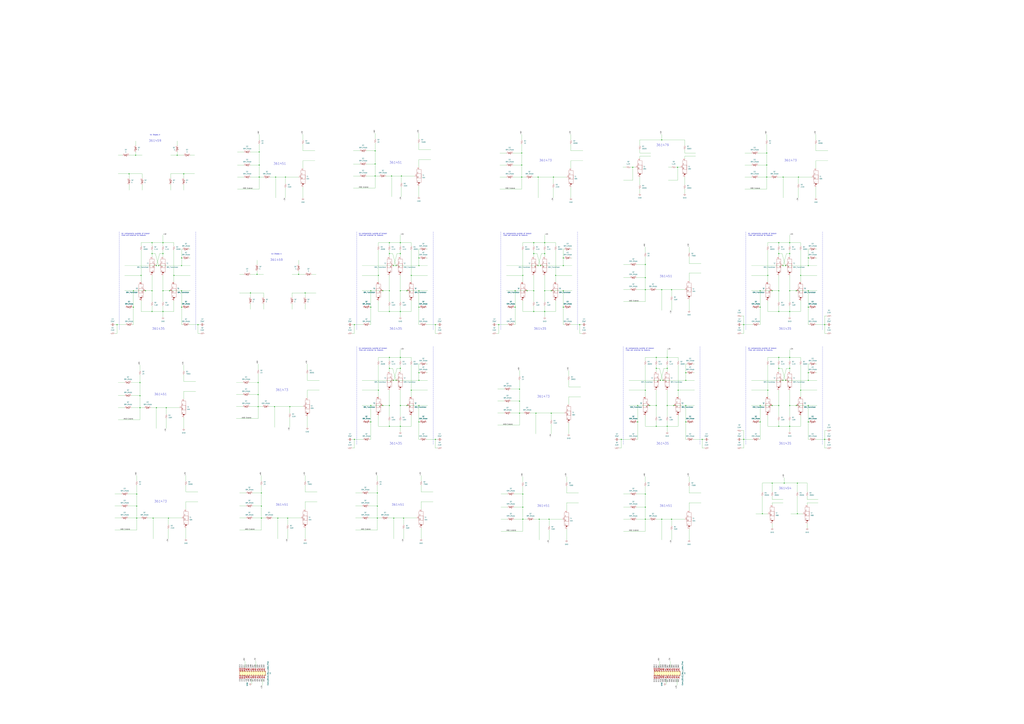
<source format=kicad_sch>
(kicad_sch (version 20211123) (generator eeschema)
  (paper "A0")
  (junction (at 452.12 495.3))
  (junction (at 904.24 415.29))
  (junction (at 300.99 205.74))
  (junction (at 890.27 177.8))
  (junction (at 430.53 490.22))
  (junction (at 486.41 337.82))
  (junction (at 154.94 356.87))
  (junction (at 645.16 320.0332))
  (junction (at 911.86 441.96))
  (junction (at 162.56 444.5))
  (junction (at 158.75 601.98))
  (junction (at 774.7 471.17))
  (junction (at 896.62 337.82))
  (junction (at 796.29 471.17))
  (junction (at 740.41 490.22))
  (junction (at 749.3 322.58))
  (junction (at 938.53 471.17))
  (junction (at 607.06 603.25))
  (junction (at 890.27 191.77))
  (junction (at 768.35 162.56))
  (junction (at 938.53 308.61))
  (junction (at 457.2 441.96))
  (junction (at 162.56 459.74))
  (junction (at 444.5 471.17))
  (junction (at 157.48 180.34))
  (junction (at 176.53 294.64))
  (junction (at 891.54 320.04))
  (junction (at 929.64 320.0332))
  (junction (at 904.24 281.94))
  (junction (at 193.04 473.71))
  (junction (at 464.82 361.95))
  (junction (at 626.11 603.25))
  (junction (at 882.65 337.82))
  (junction (at 195.58 601.98))
  (junction (at 486.41 299.72))
  (junction (at 598.17 356.87))
  (junction (at 740.41 471.17))
  (junction (at 322.58 601.98))
  (junction (at 162.56 473.71))
  (junction (at 464.82 427.99))
  (junction (at 163.83 320.04))
  (junction (at 605.79 177.8))
  (junction (at 762 415.29))
  (junction (at 916.94 495.3))
  (junction (at 721.36 510.54))
  (junction (at 882.65 471.17))
  (junction (at 201.93 320.0332))
  (junction (at 734.695 194.31))
  (junction (at 896.62 471.17))
  (junction (at 189.23 281.94))
  (junction (at 486.41 356.87))
  (junction (at 452.12 337.82))
  (junction (at 885.19 596.9))
  (junction (at 299.72 472.44))
  (junction (at 642.62 205.74))
  (junction (at 619.76 337.82))
  (junction (at 612.14 337.82))
  (junction (at 430.53 337.82))
  (junction (at 774.7 427.99))
  (junction (at 466.09 204.47))
  (junction (at 863.6 510.54))
  (junction (at 640.08 480.06))
  (junction (at 779.78 603.25))
  (junction (at 909.32 205.74))
  (junction (at 896.62 561.34))
  (junction (at 459.74 441.96))
  (junction (at 184.15 308.61))
  (junction (at 815.34 510.54))
  (junction (at 957.58 377.19))
  (junction (at 149.86 201.93))
  (junction (at 938.53 356.87))
  (junction (at 486.41 308.61))
  (junction (at 438.15 572.77))
  (junction (at 929.64 453.3832))
  (junction (at 605.79 191.77))
  (junction (at 768.35 336.55))
  (junction (at 181.61 473.71))
  (junction (at 598.17 337.82))
  (junction (at 624.84 205.74))
  (junction (at 762 495.3))
  (junction (at 452.12 294.64))
  (junction (at 298.45 318.77))
  (junction (at 468.63 601.98))
  (junction (at 438.15 601.98))
  (junction (at 619.76 294.64))
  (junction (at 774.7 415.29))
  (junction (at 938.53 441.96))
  (junction (at 882.65 490.22))
  (junction (at 796.29 441.96))
  (junction (at 909.32 308.61))
  (junction (at 916.94 415.29))
  (junction (at 673.1 377.19))
  (junction (at 774.7 495.3))
  (junction (at 189.23 337.82))
  (junction (at 787.4 453.3832))
  (junction (at 910.59 561.34))
  (junction (at 762 471.17))
  (junction (at 779.78 336.55))
  (junction (at 435.61 204.47))
  (junction (at 229.87 377.19))
  (junction (at 749.3 307.34))
  (junction (at 176.53 337.82))
  (junction (at 654.05 308.61))
  (junction (at 654.05 337.82))
  (junction (at 486.41 433.07))
  (junction (at 320.04 205.74))
  (junction (at 303.53 588.01))
  (junction (at 477.52 453.3832))
  (junction (at 464.82 415.29))
  (junction (at 924.56 471.17))
  (junction (at 904.24 294.64))
  (junction (at 632.46 361.95))
  (junction (at 882.65 356.87))
  (junction (at 632.46 337.82))
  (junction (at 769.62 441.96))
  (junction (at 767.08 441.96))
  (junction (at 607.06 574.04))
  (junction (at 477.52 320.0332))
  (junction (at 452.12 415.29))
  (junction (at 435.61 175.26))
  (junction (at 749.3 589.28))
  (junction (at 637.54 603.25))
  (junction (at 210.82 337.82))
  (junction (at 196.85 337.82))
  (junction (at 411.48 377.19))
  (junction (at 579.12 377.19))
  (junction (at 904.24 495.3))
  (junction (at 158.75 588.01))
  (junction (at 346.71 318.77))
  (junction (at 632.46 294.64))
  (junction (at 796.29 490.22))
  (junction (at 452.12 361.95))
  (junction (at 299.72 458.47))
  (junction (at 438.15 588.01))
  (junction (at 210.82 299.72))
  (junction (at 607.06 320.04))
  (junction (at 938.53 490.22))
  (junction (at 786.765 194.31))
  (junction (at 749.3 574.04))
  (junction (at 916.94 361.95))
  (junction (at 459.74 308.61))
  (junction (at 300.99 191.77))
  (junction (at 654.05 356.87))
  (junction (at 290.83 340.36))
  (junction (at 925.83 596.9))
  (junction (at 334.01 601.98))
  (junction (at 336.55 472.44))
  (junction (at 464.82 471.17))
  (junction (at 464.82 495.3))
  (junction (at 605.79 205.74))
  (junction (at 754.38 471.17))
  (junction (at 619.76 361.95))
  (junction (at 430.53 356.87))
  (junction (at 300.99 176.53))
  (junction (at 762 427.99))
  (junction (at 435.61 190.5))
  (junction (at 464.82 294.64))
  (junction (at 909.32 441.96))
  (junction (at 189.23 294.64))
  (junction (at 891.54 453.39))
  (junction (at 624.84 308.61))
  (junction (at 749.3 336.55))
  (junction (at 916.94 294.64))
  (junction (at 768.35 603.25))
  (junction (at 505.46 510.54))
  (junction (at 603.25 466.09))
  (junction (at 176.53 361.95))
  (junction (at 505.46 377.19))
  (junction (at 454.66 204.47))
  (junction (at 938.53 299.72))
  (junction (at 627.38 308.61))
  (junction (at 863.6 377.19))
  (junction (at 916.94 281.94))
  (junction (at 890.27 205.74))
  (junction (at 486.41 490.22))
  (junction (at 749.3 453.39))
  (junction (at 452.12 427.99))
  (junction (at 654.05 299.72))
  (junction (at 177.8 601.98))
  (junction (at 411.48 510.54))
  (junction (at 472.44 337.82))
  (junction (at 181.61 308.61))
  (junction (at 904.24 427.99))
  (junction (at 486.41 441.96))
  (junction (at 927.1 205.74))
  (junction (at 916.94 471.17))
  (junction (at 938.53 337.82))
  (junction (at 210.82 308.61))
  (junction (at 452.12 471.17))
  (junction (at 430.53 471.17))
  (junction (at 439.42 320.04))
  (junction (at 957.58 510.54))
  (junction (at 457.2 601.98))
  (junction (at 176.53 281.94))
  (junction (at 796.29 433.07))
  (junction (at 444.5 337.82))
  (junction (at 916.94 337.82))
  (junction (at 904.24 361.95))
  (junction (at 331.47 205.74))
  (junction (at 189.23 361.95))
  (junction (at 354.33 340.36))
  (junction (at 911.86 308.61))
  (junction (at 154.94 337.82))
  (junction (at 452.12 281.94))
  (junction (at 924.56 337.82))
  (junction (at 210.82 356.87))
  (junction (at 318.77 472.44))
  (junction (at 603.25 452.12))
  (junction (at 607.06 589.28))
  (junction (at 464.82 337.82))
  (junction (at 486.41 471.17))
  (junction (at 640.08 337.82))
  (junction (at 439.42 453.39))
  (junction (at 749.3 603.25))
  (junction (at 622.3 480.06))
  (junction (at 603.25 480.06))
  (junction (at 457.2 308.61))
  (junction (at 205.74 180.34))
  (junction (at 619.76 281.94))
  (junction (at 472.44 471.17))
  (junction (at 925.83 561.34))
  (junction (at 464.82 281.94))
  (junction (at 168.91 337.82))
  (junction (at 916.94 427.99))
  (junction (at 135.89 377.19))
  (junction (at 303.53 601.98))
  (junction (at 782.32 471.17))
  (junction (at 632.46 281.94))
  (junction (at 213.36 201.93))
  (junction (at 299.72 444.5))
  (junction (at 158.75 574.04))
  (junction (at 904.24 337.82))
  (junction (at 303.53 572.77))
  (junction (at 938.53 433.07))
  (junction (at 904.24 471.17))
  (wire (pts (xy 420.37 308.61) (xy 457.2 308.61)))
  (wire (pts (xy 505.46 377.19) (xy 508 377.19)))
  (wire (pts (xy 872.49 337.82) (xy 882.65 337.82)))
  (wire (pts (xy 290.83 340.36) (xy 306.07 340.36)))
  (wire (pts (xy 148.59 601.98) (xy 158.75 601.98)))
  (wire (pts (xy 410.21 218.44) (xy 435.61 218.44)))
  (wire (pts (xy 320.04 229.87) (xy 320.04 205.74)))
  (wire (pts (xy 774.7 488.95) (xy 774.7 495.3)))
  (wire (pts (xy 937.26 608.33) (xy 937.26 613.41)))
  (wire (pts (xy 632.46 337.82) (xy 632.46 350.52)))
  (wire (pts (xy 938.53 356.87) (xy 939.8 356.87)))
  (wire (pts (xy 137.16 180.34) (xy 142.24 180.34)))
  (wire (pts (xy 796.29 471.17) (xy 806.45 471.17)))
  (wire (pts (xy 800.1 572.77) (xy 814.07 572.77)))
  (wire (pts (xy 435.61 175.26) (xy 425.45 175.26)))
  (wire (pts (xy 331.47 205.74) (xy 346.71 205.74)))
  (wire (pts (xy 908.05 294.64) (xy 911.86 308.61)))
  (wire (pts (xy 911.86 308.61) (xy 938.53 308.61)))
  (wire (pts (xy 925.83 561.34) (xy 937.26 561.34)))
  (wire (pts (xy 154.94 356.87) (xy 154.94 377.19)))
  (wire (pts (xy 960.12 367.03) (xy 957.58 367.03)))
  (wire (pts (xy 149.86 201.93) (xy 149.86 207.01)))
  (wire (pts (xy 195.58 601.98) (xy 210.82 601.98)))
  (wire (pts (xy 642.62 218.44) (xy 642.62 229.87)))
  (wire (pts (xy 938.53 433.07) (xy 938.53 441.96)))
  (wire (pts (xy 882.65 471.17) (xy 882.65 490.22)))
  (wire (pts (xy 336.55 472.44) (xy 351.79 472.44)))
  (wire (pts (xy 626.11 627.38) (xy 626.11 603.25)))
  (wire (pts (xy 430.53 377.19) (xy 429.26 377.19)))
  (wire (pts (xy 486.41 166.37) (xy 486.41 173.99)))
  (wire (pts (xy 133.35 588.01) (xy 140.97 588.01)))
  (wire (pts (xy 723.9 603.25) (xy 731.52 603.25)))
  (wire (pts (xy 796.29 490.22) (xy 796.29 510.54)))
  (wire (pts (xy 457.2 601.98) (xy 468.63 601.98)))
  (wire (pts (xy 486.41 337.82) (xy 496.57 337.82)))
  (wire (pts (xy 464.82 281.94) (xy 464.82 285.75)))
  (wire (pts (xy 607.06 361.95) (xy 607.06 349.25)))
  (wire (pts (xy 749.3 415.29) (xy 762 415.29)))
  (wire (pts (xy 916.94 337.82) (xy 924.56 337.82)))
  (wire (pts (xy 800.1 298.45) (xy 800.1 306.07)))
  (wire (pts (xy 885.19 571.5) (xy 885.19 561.34)))
  (wire (pts (xy 210.82 289.56) (xy 210.82 299.72)))
  (wire (pts (xy 938.53 510.54) (xy 939.8 510.54)))
  (wire (pts (xy 787.4 495.3) (xy 774.7 495.3)))
  (wire (pts (xy 452.12 427.99) (xy 452.12 431.8)))
  (wire (pts (xy 486.41 194.31) (xy 486.41 185.42)))
  (wire (pts (xy 189.23 281.94) (xy 189.23 285.75)))
  (wire (pts (xy 749.3 565.15) (xy 749.3 574.04)))
  (wire (pts (xy 189.23 337.82) (xy 196.85 337.82)))
  (wire (pts (xy 730.25 453.39) (xy 749.3 453.39)))
  (wire (pts (xy 864.87 219.71) (xy 890.27 219.71)))
  (wire (pts (xy 723.9 350.52) (xy 749.3 350.52)))
  (wire (pts (xy 354.33 591.82) (xy 354.33 582.93)))
  (wire (pts (xy 459.74 308.61) (xy 486.41 308.61)))
  (wire (pts (xy 623.57 294.64) (xy 627.38 308.61)))
  (wire (pts (xy 488.95 613.41) (xy 488.95 626.11)))
  (wire (pts (xy 289.56 472.44) (xy 299.72 472.44)))
  (wire (pts (xy 486.41 299.72) (xy 486.41 308.61)))
  (wire (pts (xy 863.6 387.35) (xy 863.6 377.19)))
  (wire (pts (xy 957.58 377.19) (xy 957.58 367.03)))
  (wire (pts (xy 795.02 162.56) (xy 795.02 168.91)))
  (wire (pts (xy 486.41 471.17) (xy 496.57 471.17)))
  (wire (pts (xy 292.1 788.67) (xy 292.1 795.02)))
  (wire (pts (xy 274.32 472.44) (xy 281.94 472.44)))
  (wire (pts (xy 723.9 617.22) (xy 749.3 617.22)))
  (wire (pts (xy 723.9 336.55) (xy 731.52 336.55)))
  (wire (pts (xy 175.26 473.71) (xy 181.61 473.71)))
  (wire (pts (xy 477.52 424.18) (xy 477.52 453.3832)))
  (wire (pts (xy 929.64 495.3) (xy 916.94 495.3)))
  (wire (pts (xy 220.98 180.34) (xy 226.06 180.34)))
  (wire (pts (xy 773.43 788.67) (xy 773.43 795.02)))
  (wire (pts (xy 749.3 574.04) (xy 749.3 589.28)))
  (wire (pts (xy 149.86 201.93) (xy 165.1 201.93)))
  (wire (pts (xy 619.76 355.6) (xy 619.76 361.95)))
  (polyline (pts (xy 502.92 402.59) (xy 502.92 516.89)))
  (wire (pts (xy 461.01 427.99) (xy 457.2 441.96)))
  (wire (pts (xy 740.41 510.54) (xy 739.14 510.54)))
  (wire (pts (xy 411.48 377.19) (xy 421.64 377.19)))
  (wire (pts (xy 185.42 294.64) (xy 181.61 308.61)))
  (wire (pts (xy 654.05 299.72) (xy 655.32 299.72)))
  (wire (pts (xy 410.21 204.47) (xy 417.83 204.47)))
  (wire (pts (xy 916.94 427.99) (xy 916.94 431.8)))
  (wire (pts (xy 787.4 453.3832) (xy 787.4 461.01)))
  (wire (pts (xy 885.19 596.9) (xy 891.54 596.9)))
  (wire (pts (xy 779.78 349.25) (xy 779.78 360.68)))
  (wire (pts (xy 774.7 495.3) (xy 774.7 501.65)))
  (wire (pts (xy 351.79 175.26) (xy 365.76 175.26)))
  (wire (pts (xy 477.52 290.83) (xy 477.52 320.0332)))
  (wire (pts (xy 452.12 495.3) (xy 439.42 495.3)))
  (wire (pts (xy 660.4 441.96) (xy 660.4 449.58)))
  (wire (pts (xy 896.62 561.34) (xy 910.59 561.34)))
  (wire (pts (xy 177.8 601.98) (xy 195.58 601.98)))
  (wire (pts (xy 215.9 591.82) (xy 215.9 582.93)))
  (wire (pts (xy 201.93 320.0332) (xy 220.98 320.0332)))
  (wire (pts (xy 640.08 337.82) (xy 654.05 337.82)))
  (wire (pts (xy 916.94 337.82) (xy 916.94 350.52)))
  (wire (pts (xy 800.1 614.68) (xy 800.1 627.38)))
  (wire (pts (xy 486.41 377.19) (xy 487.68 377.19)))
  (wire (pts (xy 904.24 427.99) (xy 904.24 431.8)))
  (wire (pts (xy 452.12 337.82) (xy 452.12 320.04)))
  (wire (pts (xy 577.85 494.03) (xy 603.25 494.03)))
  (wire (pts (xy 486.41 308.61) (xy 496.57 308.61)))
  (wire (pts (xy 452.12 415.29) (xy 452.12 419.1)))
  (wire (pts (xy 193.04 486.41) (xy 193.04 497.84)))
  (wire (pts (xy 749.3 424.18) (xy 749.3 453.39)))
  (wire (pts (xy 805.18 433.07) (xy 806.45 433.07)))
  (wire (pts (xy 163.83 281.94) (xy 176.53 281.94)))
  (wire (pts (xy 464.82 361.95) (xy 452.12 361.95)))
  (wire (pts (xy 938.53 299.72) (xy 938.53 308.61)))
  (wire (pts (xy 768.35 336.55) (xy 779.78 336.55)))
  (wire (pts (xy 461.01 294.64) (xy 457.2 308.61)))
  (wire (pts (xy 495.3 289.56) (xy 496.57 289.56)))
  (wire (pts (xy 891.54 281.94) (xy 904.24 281.94)))
  (wire (pts (xy 916.94 281.94) (xy 929.64 281.94)))
  (wire (pts (xy 354.33 613.41) (xy 354.33 626.11)))
  (wire (pts (xy 580.39 177.8) (xy 588.01 177.8)))
  (wire (pts (xy 957.58 377.19) (xy 960.12 377.19)))
  (wire (pts (xy 795.02 177.8) (xy 807.72 177.8)))
  (wire (pts (xy 740.41 471.17) (xy 740.41 490.22)))
  (wire (pts (xy 657.86 614.68) (xy 657.86 627.38)))
  (wire (pts (xy 645.16 281.94) (xy 645.16 285.75)))
  (wire (pts (xy 749.3 336.55) (xy 754.38 336.55)))
  (wire (pts (xy 662.94 167.64) (xy 662.94 175.26)))
  (wire (pts (xy 137.16 487.68) (xy 162.56 487.68)))
  (wire (pts (xy 213.36 454.66) (xy 227.33 454.66)))
  (wire (pts (xy 137.16 444.5) (xy 144.78 444.5)))
  (wire (pts (xy 180.34 294.64) (xy 184.15 308.61)))
  (wire (pts (xy 749.3 298.45) (xy 749.3 307.34)))
  (wire (pts (xy 739.14 603.25) (xy 749.3 603.25)))
  (wire (pts (xy 158.75 552.45) (xy 158.75 558.8)))
  (wire (pts (xy 654.05 377.19) (xy 655.32 377.19)))
  (wire (pts (xy 444.5 471.17) (xy 452.12 471.17)))
  (wire (pts (xy 448.31 204.47) (xy 454.66 204.47)))
  (wire (pts (xy 891.54 281.94) (xy 891.54 285.75)))
  (wire (pts (xy 904.24 415.29) (xy 916.94 415.29)))
  (wire (pts (xy 607.06 320.04) (xy 607.06 327.66)))
  (wire (pts (xy 464.82 294.64) (xy 461.01 294.64)))
  (wire (pts (xy 171.45 601.98) (xy 177.8 601.98)))
  (wire (pts (xy 619.76 281.94) (xy 632.46 281.94)))
  (wire (pts (xy 938.53 377.19) (xy 939.8 377.19)))
  (wire (pts (xy 762 495.3) (xy 749.3 495.3)))
  (wire (pts (xy 316.23 601.98) (xy 322.58 601.98)))
  (wire (pts (xy 438.15 588.01) (xy 438.15 601.98)))
  (wire (pts (xy 916.94 355.6) (xy 916.94 361.95)))
  (wire (pts (xy 137.16 473.71) (xy 144.78 473.71)))
  (wire (pts (xy 929.64 281.94) (xy 929.64 285.75)))
  (wire (pts (xy 885.19 576.58) (xy 885.19 596.9)))
  (wire (pts (xy 464.82 355.6) (xy 464.82 361.95)))
  (wire (pts (xy 162.56 487.68) (xy 162.56 473.71)))
  (wire (pts (xy 158.75 615.95) (xy 158.75 601.98)))
  (wire (pts (xy 925.83 561.34) (xy 925.83 571.5)))
  (wire (pts (xy 800.1 565.15) (xy 800.1 572.77)))
  (wire (pts (xy 299.72 434.34) (xy 299.72 444.5)))
  (wire (pts (xy 890.27 177.8) (xy 890.27 191.77)))
  (wire (pts (xy 176.53 294.64) (xy 176.53 298.45)))
  (wire (pts (xy 937.26 576.58) (xy 937.26 580.39)))
  (wire (pts (xy 464.82 424.18) (xy 464.82 427.99)))
  (wire (pts (xy 411.48 510.54) (xy 408.94 510.54)))
  (wire (pts (xy 318.77 472.44) (xy 336.55 472.44)))
  (wire (pts (xy 749.3 453.39) (xy 749.3 461.01)))
  (wire (pts (xy 579.12 377.19) (xy 576.58 377.19)))
  (wire (pts (xy 189.23 281.94) (xy 201.93 281.94)))
  (wire (pts (xy 937.26 586.74) (xy 937.26 584.2)))
  (wire (pts (xy 904.24 281.94) (xy 904.24 285.75)))
  (wire (pts (xy 721.36 510.54) (xy 731.52 510.54)))
  (wire (pts (xy 863.6 510.54) (xy 863.6 500.38)))
  (wire (pts (xy 660.4 469.9) (xy 660.4 461.01)))
  (wire (pts (xy 168.91 337.82) (xy 176.53 337.82)))
  (wire (pts (xy 645.16 290.83) (xy 645.16 320.0332)))
  (wire (pts (xy 468.63 601.98) (xy 483.87 601.98)))
  (wire (pts (xy 947.42 422.91) (xy 948.69 422.91)))
  (wire (pts (xy 603.25 480.06) (xy 608.33 480.06)))
  (wire (pts (xy 863.6 510.54) (xy 861.06 510.54)))
  (wire (pts (xy 205.74 180.34) (xy 198.12 180.34)))
  (wire (pts (xy 229.87 377.19) (xy 232.41 377.19)))
  (polyline (pts (xy 955.04 269.24) (xy 955.04 383.54)))
  (wire (pts (xy 577.85 466.09) (xy 585.47 466.09)))
  (wire (pts (xy 947.42 299.72) (xy 948.69 299.72)))
  (wire (pts (xy 902.97 205.74) (xy 909.32 205.74)))
  (wire (pts (xy 721.36 510.54) (xy 718.82 510.54)))
  (wire (pts (xy 163.83 320.04) (xy 163.83 327.66)))
  (wire (pts (xy 488.95 591.82) (xy 488.95 582.93)))
  (wire (pts (xy 654.05 299.72) (xy 654.05 308.61)))
  (polyline (pts (xy 812.8 402.59) (xy 812.8 516.89)))
  (wire (pts (xy 189.23 290.83) (xy 189.23 294.64)))
  (wire (pts (xy 165.1 207.01) (xy 165.1 201.93)))
  (wire (pts (xy 430.53 490.22) (xy 430.53 510.54)))
  (wire (pts (xy 904.24 290.83) (xy 904.24 294.64)))
  (wire (pts (xy 795.02 181.61) (xy 807.72 181.61)))
  (wire (pts (xy 622.3 480.06) (xy 622.3 504.19)))
  (wire (pts (xy 275.59 176.53) (xy 283.21 176.53)))
  (wire (pts (xy 158.75 588.01) (xy 158.75 601.98)))
  (wire (pts (xy 815.34 510.54) (xy 817.88 510.54)))
  (wire (pts (xy 795.02 173.99) (xy 795.02 177.8)))
  (wire (pts (xy 645.16 320.0332) (xy 664.21 320.0332)))
  (wire (pts (xy 420.37 453.39) (xy 439.42 453.39)))
  (wire (pts (xy 654.05 356.87) (xy 655.32 356.87)))
  (wire (pts (xy 299.72 458.47) (xy 299.72 472.44)))
  (wire (pts (xy 913.13 294.64) (xy 909.32 308.61)))
  (wire (pts (xy 909.32 205.74) (xy 909.32 229.87)))
  (wire (pts (xy 768.35 603.25) (xy 779.78 603.25)))
  (wire (pts (xy 749.3 415.29) (xy 749.3 419.1)))
  (wire (pts (xy 468.63 614.68) (xy 468.63 626.11)))
  (wire (pts (xy 927.1 218.44) (xy 927.1 229.87)))
  (wire (pts (xy 938.53 289.56) (xy 938.53 299.72)))
  (wire (pts (xy 466.09 204.47) (xy 466.09 212.09)))
  (wire (pts (xy 210.82 299.72) (xy 212.09 299.72)))
  (wire (pts (xy 749.3 603.25) (xy 754.38 603.25)))
  (wire (pts (xy 354.33 552.45) (xy 354.33 558.8)))
  (wire (pts (xy 673.1 387.35) (xy 673.1 377.19)))
  (wire (pts (xy 619.76 603.25) (xy 626.11 603.25)))
  (wire (pts (xy 947.42 377.19) (xy 957.58 377.19)))
  (wire (pts (xy 176.53 294.64) (xy 180.34 294.64)))
  (wire (pts (xy 452.12 427.99) (xy 455.93 427.99)))
  (wire (pts (xy 762 427.99) (xy 765.81 427.99)))
  (wire (pts (xy 938.53 490.22) (xy 938.53 510.54)))
  (wire (pts (xy 505.46 510.54) (xy 508 510.54)))
  (wire (pts (xy 189.23 273.05) (xy 189.23 281.94)))
  (wire (pts (xy 356.87 483.87) (xy 356.87 496.57)))
  (wire (pts (xy 657.86 572.77) (xy 671.83 572.77)))
  (wire (pts (xy 439.42 281.94) (xy 452.12 281.94)))
  (wire (pts (xy 929.64 320.0332) (xy 929.64 327.66)))
  (wire (pts (xy 603.25 452.12) (xy 593.09 452.12)))
  (wire (pts (xy 749.3 307.34) (xy 749.3 322.58)))
  (wire (pts (xy 158.75 601.98) (xy 163.83 601.98)))
  (wire (pts (xy 278.13 318.77) (xy 283.21 318.77)))
  (wire (pts (xy 624.84 205.74) (xy 642.62 205.74)))
  (wire (pts (xy 210.82 337.82) (xy 220.98 337.82)))
  (wire (pts (xy 784.86 194.31) (xy 786.765 194.31)))
  (wire (pts (xy 947.42 186.69) (xy 961.39 186.69)))
  (wire (pts (xy 872.49 320.04) (xy 891.54 320.04)))
  (wire (pts (xy 464.82 427.99) (xy 461.01 427.99)))
  (wire (pts (xy 464.82 337.82) (xy 464.82 350.52)))
  (wire (pts (xy 632.46 273.05) (xy 632.46 281.94)))
  (wire (pts (xy 464.82 320.04) (xy 464.82 337.82)))
  (wire (pts (xy 466.09 204.47) (xy 481.33 204.47)))
  (wire (pts (xy 439.42 281.94) (xy 439.42 285.75)))
  (wire (pts (xy 929.64 361.95) (xy 916.94 361.95)))
  (wire (pts (xy 133.35 574.04) (xy 140.97 574.04)))
  (wire (pts (xy 882.65 510.54) (xy 881.38 510.54)))
  (wire (pts (xy 872.49 453.39) (xy 891.54 453.39)))
  (wire (pts (xy 800.1 326.39) (xy 800.1 317.5)))
  (wire (pts (xy 430.53 510.54) (xy 429.26 510.54)))
  (wire (pts (xy 312.42 472.44) (xy 318.77 472.44)))
  (wire (pts (xy 297.18 768.35) (xy 297.18 775.97)))
  (wire (pts (xy 863.6 377.19) (xy 873.76 377.19)))
  (wire (pts (xy 477.52 415.29) (xy 477.52 419.1)))
  (wire (pts (xy 435.61 175.26) (xy 435.61 190.5)))
  (wire (pts (xy 749.3 307.34) (xy 739.14 307.34)))
  (wire (pts (xy 486.41 433.07) (xy 487.68 433.07)))
  (wire (pts (xy 938.53 441.96) (xy 948.69 441.96)))
  (wire (pts (xy 304.8 788.67) (xy 304.8 796.29)))
  (wire (pts (xy 947.42 175.26) (xy 961.39 175.26)))
  (wire (pts (xy 861.06 520.7) (xy 863.6 520.7)))
  (wire (pts (xy 723.9 209.55) (xy 734.695 209.55)))
  (wire (pts (xy 472.44 471.17) (xy 486.41 471.17)))
  (wire (pts (xy 495.3 377.19) (xy 505.46 377.19)))
  (wire (pts (xy 486.41 337.82) (xy 486.41 356.87)))
  (wire (pts (xy 863.6 377.19) (xy 863.6 367.03)))
  (wire (pts (xy 339.09 345.44) (xy 339.09 340.36)))
  (wire (pts (xy 205.74 176.53) (xy 205.74 180.34)))
  (wire (pts (xy 896.62 576.58) (xy 896.62 580.39)))
  (wire (pts (xy 739.14 336.55) (xy 749.3 336.55)))
  (wire (pts (xy 303.53 552.45) (xy 303.53 558.8)))
  (wire (pts (xy 605.79 177.8) (xy 605.79 191.77)))
  (wire (pts (xy 444.5 337.82) (xy 452.12 337.82)))
  (wire (pts (xy 774.7 427.99) (xy 770.89 427.99)))
  (wire (pts (xy 603.25 494.03) (xy 603.25 480.06)))
  (wire (pts (xy 299.72 458.47) (xy 289.56 458.47)))
  (wire (pts (xy 904.24 294.64) (xy 908.05 294.64)))
  (wire (pts (xy 464.82 361.95) (xy 464.82 368.3)))
  (wire (pts (xy 508 387.35) (xy 505.46 387.35)))
  (wire (pts (xy 486.41 185.42) (xy 500.38 185.42)))
  (wire (pts (xy 916.94 415.29) (xy 916.94 419.1)))
  (wire (pts (xy 157.48 176.53) (xy 157.48 180.34)))
  (wire (pts (xy 411.48 520.7) (xy 411.48 510.54)))
  (wire (pts (xy 624.84 205.74) (xy 624.84 229.87)))
  (wire (pts (xy 947.42 433.07) (xy 948.69 433.07)))
  (wire (pts (xy 938.53 299.72) (xy 939.8 299.72)))
  (wire (pts (xy 800.1 317.5) (xy 814.07 317.5)))
  (wire (pts (xy 299.72 486.41) (xy 299.72 472.44)))
  (wire (pts (xy 732.155 194.31) (xy 734.695 194.31)))
  (wire (pts (xy 299.72 444.5) (xy 289.56 444.5)))
  (polyline (pts (xy 866.14 402.59) (xy 866.14 516.89)))
  (wire (pts (xy 410.21 175.26) (xy 417.83 175.26)))
  (wire (pts (xy 158.75 574.04) (xy 158.75 588.01)))
  (wire (pts (xy 452.12 361.95) (xy 439.42 361.95)))
  (wire (pts (xy 800.1 584.2) (xy 814.07 584.2)))
  (wire (pts (xy 896.62 584.2) (xy 909.32 584.2)))
  (wire (pts (xy 730.25 471.17) (xy 740.41 471.17)))
  (wire (pts (xy 412.75 601.98) (xy 420.37 601.98)))
  (wire (pts (xy 762 471.17) (xy 762 483.87)))
  (wire (pts (xy 450.85 601.98) (xy 457.2 601.98)))
  (wire (pts (xy 929.64 320.0332) (xy 948.69 320.0332)))
  (wire (pts (xy 800.1 593.09) (xy 800.1 584.2)))
  (wire (pts (xy 210.82 308.61) (xy 220.98 308.61)))
  (wire (pts (xy 938.53 422.91) (xy 938.53 433.07)))
  (wire (pts (xy 795.02 205.74) (xy 795.02 214.63)))
  (wire (pts (xy 176.53 281.94) (xy 176.53 285.75)))
  (wire (pts (xy 916.94 273.05) (xy 916.94 281.94)))
  (wire (pts (xy 628.65 294.64) (xy 624.84 308.61)))
  (wire (pts (xy 603.25 466.09) (xy 603.25 480.06)))
  (wire (pts (xy 181.61 497.84) (xy 181.61 473.71)))
  (wire (pts (xy 336.55 472.44) (xy 336.55 480.06)))
  (wire (pts (xy 796.29 441.96) (xy 806.45 441.96)))
  (wire (pts (xy 452.12 488.95) (xy 452.12 495.3)))
  (wire (pts (xy 430.53 471.17) (xy 430.53 490.22)))
  (polyline (pts (xy 955.04 402.59) (xy 955.04 516.89)))
  (wire (pts (xy 464.82 453.39) (xy 464.82 471.17)))
  (wire (pts (xy 215.9 613.41) (xy 215.9 626.11)))
  (wire (pts (xy 464.82 471.17) (xy 472.44 471.17)))
  (wire (pts (xy 275.59 219.71) (xy 300.99 219.71)))
  (wire (pts (xy 210.82 337.82) (xy 210.82 356.87)))
  (wire (pts (xy 356.87 462.28) (xy 356.87 453.39)))
  (wire (pts (xy 795.02 184.15) (xy 795.02 181.61)))
  (wire (pts (xy 749.3 322.58) (xy 739.14 322.58)))
  (wire (pts (xy 660.4 461.01) (xy 674.37 461.01)))
  (wire (pts (xy 411.48 510.54) (xy 421.64 510.54)))
  (wire (pts (xy 495.3 510.54) (xy 505.46 510.54)))
  (wire (pts (xy 916.94 471.17) (xy 916.94 483.87)))
  (wire (pts (xy 356.87 441.96) (xy 370.84 441.96)))
  (wire (pts (xy 890.27 205.74) (xy 895.35 205.74)))
  (wire (pts (xy 916.94 361.95) (xy 916.94 368.3)))
  (wire (pts (xy 356.87 422.91) (xy 356.87 429.26)))
  (wire (pts (xy 464.82 294.64) (xy 464.82 298.45)))
  (wire (pts (xy 351.79 217.17) (xy 351.79 229.87)))
  (wire (pts (xy 477.52 361.95) (xy 464.82 361.95)))
  (wire (pts (xy 454.66 204.47) (xy 466.09 204.47)))
  (wire (pts (xy 947.42 156.21) (xy 947.42 162.56)))
  (wire (pts (xy 779.78 615.95) (xy 779.78 627.38)))
  (wire (pts (xy 929.64 349.25) (xy 929.64 361.95)))
  (wire (pts (xy 576.58 387.35) (xy 579.12 387.35)))
  (wire (pts (xy 457.2 626.11) (xy 457.2 601.98)))
  (wire (pts (xy 420.37 320.04) (xy 439.42 320.04)))
  (wire (pts (xy 411.48 387.35) (xy 411.48 377.19)))
  (wire (pts (xy 435.61 190.5) (xy 435.61 204.47)))
  (wire (pts (xy 486.41 356.87) (xy 487.68 356.87)))
  (wire (pts (xy 605.79 177.8) (xy 595.63 177.8)))
  (wire (pts (xy 657.86 565.15) (xy 657.86 572.77)))
  (wire (pts (xy 916.94 290.83) (xy 916.94 294.64)))
  (wire (pts (xy 189.23 361.95) (xy 176.53 361.95)))
  (wire (pts (xy 718.82 520.7) (xy 721.36 520.7)))
  (wire (pts (xy 468.63 601.98) (xy 468.63 609.6)))
  (wire (pts (xy 165.1 214.63) (xy 165.1 220.98)))
  (wire (pts (xy 157.48 180.34) (xy 165.1 180.34)))
  (wire (pts (xy 615.95 480.06) (xy 622.3 480.06)))
  (wire (pts (xy 929.64 424.18) (xy 929.64 453.3832)))
  (wire (pts (xy 290.83 318.77) (xy 298.45 318.77)))
  (wire (pts (xy 904.24 471.17) (xy 904.24 483.87)))
  (wire (pts (xy 632.46 337.82) (xy 640.08 337.82)))
  (wire (pts (xy 904.24 337.82) (xy 904.24 350.52)))
  (wire (pts (xy 774.7 427.99) (xy 774.7 431.8)))
  (wire (pts (xy 640.08 480.06) (xy 640.08 487.68)))
  (wire (pts (xy 864.87 191.77) (xy 872.49 191.77)))
  (wire (pts (xy 957.58 387.35) (xy 957.58 377.19)))
  (wire (pts (xy 581.66 617.22) (xy 607.06 617.22)))
  (wire (pts (xy 163.83 290.83) (xy 163.83 320.04)))
  (wire (pts (xy 673.1 377.19) (xy 675.64 377.19)))
  (wire (pts (xy 215.9 582.93) (xy 229.87 582.93)))
  (wire (pts (xy 774.7 415.29) (xy 787.4 415.29)))
  (wire (pts (xy 477.52 320.0332) (xy 496.57 320.0332)))
  (wire (pts (xy 662.94 377.19) (xy 673.1 377.19)))
  (wire (pts (xy 662.94 289.56) (xy 664.21 289.56)))
  (wire (pts (xy 354.33 582.93) (xy 368.3 582.93)))
  (wire (pts (xy 322.58 601.98) (xy 334.01 601.98)))
  (wire (pts (xy 452.12 424.18) (xy 452.12 427.99)))
  (wire (pts (xy 762 471.17) (xy 762 453.39)))
  (wire (pts (xy 607.06 603.25) (xy 612.14 603.25)))
  (wire (pts (xy 162.56 435.61) (xy 162.56 444.5)))
  (wire (pts (xy 749.3 574.04) (xy 739.14 574.04)))
  (wire (pts (xy 607.06 565.15) (xy 607.06 574.04)))
  (wire (pts (xy 891.54 424.18) (xy 891.54 453.39)))
  (wire (pts (xy 911.86 441.96) (xy 938.53 441.96)))
  (wire (pts (xy 619.76 290.83) (xy 619.76 294.64)))
  (wire (pts (xy 213.36 485.14) (xy 213.36 497.84)))
  (wire (pts (xy 787.4 415.29) (xy 787.4 419.1)))
  (wire (pts (xy 645.16 320.0332) (xy 645.16 327.66)))
  (polyline (pts (xy 502.92 269.24) (xy 502.92 383.54)))
  (wire (pts (xy 189.23 355.6) (xy 189.23 361.95)))
  (wire (pts (xy 660.4 449.58) (xy 674.37 449.58)))
  (wire (pts (xy 660.4 491.49) (xy 660.4 504.19)))
  (wire (pts (xy 411.48 377.19) (xy 408.94 377.19)))
  (wire (pts (xy 877.57 596.9) (xy 885.19 596.9)))
  (wire (pts (xy 896.62 471.17) (xy 904.24 471.17)))
  (wire (pts (xy 300.99 205.74) (xy 306.07 205.74)))
  (wire (pts (xy 278.13 572.77) (xy 285.75 572.77)))
  (wire (pts (xy 642.62 205.74) (xy 657.86 205.74)))
  (wire (pts (xy 929.64 415.29) (xy 929.64 419.1)))
  (wire (pts (xy 580.39 205.74) (xy 588.01 205.74)))
  (wire (pts (xy 201.93 349.25) (xy 201.93 361.95)))
  (polyline (pts (xy 581.66 269.24) (xy 581.66 383.54)))
  (wire (pts (xy 626.11 603.25) (xy 637.54 603.25)))
  (wire (pts (xy 640.08 480.06) (xy 655.32 480.06)))
  (wire (pts (xy 742.95 184.15) (xy 742.95 181.61)))
  (wire (pts (xy 774.7 471.17) (xy 782.32 471.17)))
  (wire (pts (xy 749.3 617.22) (xy 749.3 603.25)))
  (wire (pts (xy 654.05 308.61) (xy 664.21 308.61)))
  (wire (pts (xy 774.7 453.39) (xy 774.7 471.17)))
  (wire (pts (xy 176.53 361.95) (xy 163.83 361.95)))
  (wire (pts (xy 916.94 320.04) (xy 916.94 337.82)))
  (wire (pts (xy 947.42 195.58) (xy 947.42 186.69)))
  (wire (pts (xy 632.46 320.04) (xy 632.46 337.82)))
  (wire (pts (xy 300.99 156.21) (xy 300.99 162.56)))
  (wire (pts (xy 749.3 350.52) (xy 749.3 336.55)))
  (wire (pts (xy 464.82 281.94) (xy 477.52 281.94)))
  (wire (pts (xy 607.06 281.94) (xy 607.06 285.75)))
  (wire (pts (xy 657.86 593.09) (xy 657.86 584.2)))
  (wire (pts (xy 805.18 422.91) (xy 806.45 422.91)))
  (wire (pts (xy 947.42 510.54) (xy 957.58 510.54)))
  (wire (pts (xy 890.27 191.77) (xy 890.27 205.74)))
  (wire (pts (xy 642.62 205.74) (xy 642.62 213.36)))
  (wire (pts (xy 960.12 500.38) (xy 957.58 500.38)))
  (wire (pts (xy 605.79 156.21) (xy 605.79 162.56)))
  (wire (pts (xy 796.29 471.17) (xy 796.29 490.22)))
  (wire (pts (xy 742.95 205.74) (xy 742.95 214.63)))
  (wire (pts (xy 742.95 177.8) (xy 755.65 177.8)))
  (wire (pts (xy 346.71 302.26) (xy 346.71 307.34)))
  (wire (pts (xy 762 336.55) (xy 768.35 336.55)))
  (wire (pts (xy 300.99 191.77) (xy 290.83 191.77)))
  (wire (pts (xy 176.53 355.6) (xy 176.53 361.95)))
  (wire (pts (xy 588.01 320.04) (xy 607.06 320.04)))
  (wire (pts (xy 603.25 441.96) (xy 603.25 452.12)))
  (wire (pts (xy 723.9 307.34) (xy 731.52 307.34)))
  (wire (pts (xy 938.53 471.17) (xy 948.69 471.17)))
  (wire (pts (xy 765.81 427.99) (xy 769.62 441.96)))
  (wire (pts (xy 420.37 441.96) (xy 457.2 441.96)))
  (wire (pts (xy 598.17 377.19) (xy 596.9 377.19)))
  (wire (pts (xy 477.52 320.0332) (xy 477.52 327.66)))
  (wire (pts (xy 872.49 308.61) (xy 909.32 308.61)))
  (wire (pts (xy 882.65 490.22) (xy 881.38 490.22)))
  (wire (pts (xy 938.53 490.22) (xy 939.8 490.22)))
  (wire (pts (xy 632.46 355.6) (xy 632.46 361.95)))
  (wire (pts (xy 158.75 574.04) (xy 148.59 574.04)))
  (wire (pts (xy 607.06 617.22) (xy 607.06 603.25)))
  (wire (pts (xy 176.53 290.83) (xy 176.53 294.64)))
  (wire (pts (xy 960.12 387.35) (xy 957.58 387.35)))
  (wire (pts (xy 605.79 191.77) (xy 595.63 191.77)))
  (polyline (pts (xy 414.02 402.59) (xy 414.02 516.89)))
  (wire (pts (xy 137.16 459.74) (xy 144.78 459.74)))
  (wire (pts (xy 322.58 626.11) (xy 322.58 601.98)))
  (wire (pts (xy 298.45 314.96) (xy 298.45 318.77)))
  (wire (pts (xy 438.15 563.88) (xy 438.15 572.77)))
  (wire (pts (xy 464.82 273.05) (xy 464.82 281.94)))
  (wire (pts (xy 605.79 205.74) (xy 610.87 205.74)))
  (wire (pts (xy 786.765 194.31) (xy 789.94 194.31)))
  (wire (pts (xy 464.82 495.3) (xy 464.82 501.65)))
  (wire (pts (xy 619.76 361.95) (xy 607.06 361.95)))
  (wire (pts (xy 632.46 281.94) (xy 632.46 285.75)))
  (wire (pts (xy 904.24 424.18) (xy 904.24 427.99)))
  (wire (pts (xy 938.53 471.17) (xy 938.53 490.22)))
  (wire (pts (xy 346.71 314.96) (xy 346.71 318.77)))
  (wire (pts (xy 351.79 167.64) (xy 351.79 175.26)))
  (wire (pts (xy 486.41 154.94) (xy 486.41 161.29)))
  (wire (pts (xy 278.13 601.98) (xy 285.75 601.98)))
  (wire (pts (xy 762 603.25) (xy 768.35 603.25)))
  (wire (pts (xy 152.4 473.71) (xy 162.56 473.71)))
  (wire (pts (xy 193.04 473.71) (xy 208.28 473.71)))
  (wire (pts (xy 882.65 337.82) (xy 882.65 356.87)))
  (wire (pts (xy 723.265 194.31) (xy 727.075 194.31)))
  (wire (pts (xy 734.695 209.55) (xy 734.695 194.31)))
  (wire (pts (xy 645.16 361.95) (xy 632.46 361.95)))
  (wire (pts (xy 435.61 218.44) (xy 435.61 204.47)))
  (wire (pts (xy 924.56 337.82) (xy 938.53 337.82)))
  (wire (pts (xy 477.52 495.3) (xy 464.82 495.3)))
  (wire (pts (xy 787.4 424.18) (xy 787.4 453.3832)))
  (wire (pts (xy 607.06 589.28) (xy 607.06 603.25)))
  (wire (pts (xy 154.94 337.82) (xy 168.91 337.82)))
  (wire (pts (xy 306.07 353.06) (xy 306.07 359.41)))
  (wire (pts (xy 158.75 588.01) (xy 148.59 588.01)))
  (wire (pts (xy 133.35 601.98) (xy 140.97 601.98)))
  (wire (pts (xy 425.45 204.47) (xy 435.61 204.47)))
  (wire (pts (xy 195.58 601.98) (xy 195.58 609.6)))
  (wire (pts (xy 438.15 601.98) (xy 443.23 601.98)))
  (wire (pts (xy 477.52 482.6) (xy 477.52 495.3)))
  (wire (pts (xy 596.9 603.25) (xy 607.06 603.25)))
  (wire (pts (xy 786.765 209.55) (xy 786.765 194.31)))
  (wire (pts (xy 351.79 156.21) (xy 351.79 162.56)))
  (wire (pts (xy 882.65 471.17) (xy 896.62 471.17)))
  (wire (pts (xy 303.53 588.01) (xy 293.37 588.01)))
  (wire (pts (xy 929.64 453.3832) (xy 929.64 461.01)))
  (wire (pts (xy 863.6 510.54) (xy 873.76 510.54)))
  (wire (pts (xy 229.87 387.35) (xy 229.87 377.19)))
  (wire (pts (xy 662.94 217.17) (xy 662.94 229.87)))
  (wire (pts (xy 890.27 167.64) (xy 890.27 177.8)))
  (wire (pts (xy 896.62 337.82) (xy 904.24 337.82)))
  (wire (pts (xy 762 415.29) (xy 762 419.1)))
  (wire (pts (xy 354.33 571.5) (xy 368.3 571.5)))
  (wire (pts (xy 464.82 427.99) (xy 464.82 431.8)))
  (wire (pts (xy 762 415.29) (xy 774.7 415.29)))
  (wire (pts (xy 213.36 424.18) (xy 213.36 430.53)))
  (wire (pts (xy 891.54 361.95) (xy 891.54 349.25)))
  (wire (pts (xy 742.95 173.99) (xy 742.95 177.8)))
  (wire (pts (xy 189.23 294.64) (xy 189.23 298.45)))
  (wire (pts (xy 882.65 356.87) (xy 881.38 356.87)))
  (wire (pts (xy 278.13 588.01) (xy 285.75 588.01)))
  (wire (pts (xy 779.78 336.55) (xy 795.02 336.55)))
  (wire (pts (xy 303.53 615.95) (xy 303.53 601.98)))
  (wire (pts (xy 796.29 490.22) (xy 797.56 490.22)))
  (wire (pts (xy 774.7 495.3) (xy 762 495.3)))
  (wire (pts (xy 637.54 603.25) (xy 652.78 603.25)))
  (wire (pts (xy 882.65 377.19) (xy 881.38 377.19)))
  (wire (pts (xy 331.47 218.44) (xy 331.47 229.87)))
  (wire (pts (xy 632.46 281.94) (xy 645.16 281.94)))
  (wire (pts (xy 929.64 482.6) (xy 929.64 495.3)))
  (wire (pts (xy 215.9 552.45) (xy 215.9 558.8)))
  (wire (pts (xy 742.95 168.91) (xy 742.95 162.56)))
  (wire (pts (xy 439.42 415.29) (xy 452.12 415.29)))
  (wire (pts (xy 598.17 356.87) (xy 598.17 377.19)))
  (wire (pts (xy 607.06 574.04) (xy 607.06 589.28)))
  (wire (pts (xy 796.29 422.91) (xy 797.56 422.91)))
  (wire (pts (xy 890.27 219.71) (xy 890.27 205.74)))
  (wire (pts (xy 278.13 340.36) (xy 290.83 340.36)))
  (wire (pts (xy 303.53 563.88) (xy 303.53 572.77)))
  (wire (pts (xy 486.41 422.91) (xy 487.68 422.91)))
  (wire (pts (xy 210.82 377.19) (xy 212.09 377.19)))
  (wire (pts (xy 452.12 471.17) (xy 452.12 483.87)))
  (wire (pts (xy 184.15 308.61) (xy 210.82 308.61)))
  (polyline (pts (xy 866.14 269.24) (xy 866.14 383.54)))
  (wire (pts (xy 908.05 427.99) (xy 911.86 441.96)))
  (wire (pts (xy 505.46 387.35) (xy 505.46 377.19)))
  (wire (pts (xy 215.9 571.5) (xy 229.87 571.5)))
  (wire (pts (xy 300.99 219.71) (xy 300.99 205.74)))
  (wire (pts (xy 274.32 444.5) (xy 281.94 444.5)))
  (wire (pts (xy 800.1 347.98) (xy 800.1 360.68)))
  (wire (pts (xy 452.12 294.64) (xy 452.12 298.45)))
  (wire (pts (xy 219.71 289.56) (xy 220.98 289.56)))
  (wire (pts (xy 779.78 603.25) (xy 779.78 610.87)))
  (wire (pts (xy 800.1 553.72) (xy 800.1 560.07)))
  (wire (pts (xy 435.61 190.5) (xy 425.45 190.5)))
  (wire (pts (xy 154.94 356.87) (xy 153.67 356.87)))
  (wire (pts (xy 298.45 318.77) (xy 306.07 318.77)))
  (wire (pts (xy 313.69 205.74) (xy 320.04 205.74)))
  (wire (pts (xy 796.29 433.07) (xy 796.29 441.96)))
  (wire (pts (xy 916.94 495.3) (xy 916.94 501.65)))
  (polyline (pts (xy 670.56 269.24) (xy 670.56 383.54)))
  (wire (pts (xy 749.3 553.72) (xy 749.3 560.07)))
  (wire (pts (xy 904.24 281.94) (xy 916.94 281.94)))
  (wire (pts (xy 334.01 601.98) (xy 349.25 601.98)))
  (wire (pts (xy 925.83 596.9) (xy 932.18 596.9)))
  (wire (pts (xy 762 427.99) (xy 762 431.8)))
  (wire (pts (xy 595.63 205.74) (xy 605.79 205.74)))
  (wire (pts (xy 619.76 294.64) (xy 619.76 298.45)))
  (wire (pts (xy 622.3 480.06) (xy 640.08 480.06)))
  (wire (pts (xy 937.26 580.39) (xy 949.96 580.39)))
  (wire (pts (xy 293.37 601.98) (xy 303.53 601.98)))
  (wire (pts (xy 632.46 361.95) (xy 619.76 361.95)))
  (wire (pts (xy 916.94 406.4) (xy 916.94 415.29)))
  (wire (pts (xy 157.48 163.83) (xy 157.48 168.91)))
  (wire (pts (xy 300.99 176.53) (xy 290.83 176.53)))
  (wire (pts (xy 947.42 289.56) (xy 948.69 289.56)))
  (wire (pts (xy 435.61 166.37) (xy 435.61 175.26)))
  (wire (pts (xy 464.82 406.4) (xy 464.82 415.29)))
  (wire (pts (xy 891.54 290.83) (xy 891.54 320.04)))
  (wire (pts (xy 452.12 281.94) (xy 464.82 281.94)))
  (wire (pts (xy 660.4 430.53) (xy 660.4 436.88)))
  (wire (pts (xy 464.82 415.29) (xy 464.82 419.1)))
  (wire (pts (xy 581.66 589.28) (xy 589.28 589.28)))
  (wire (pts (xy 318.77 472.44) (xy 318.77 496.57)))
  (wire (pts (xy 863.6 377.19) (xy 861.06 377.19)))
  (wire (pts (xy 657.86 553.72) (xy 657.86 560.07)))
  (wire (pts (xy 774.7 415.29) (xy 774.7 419.1)))
  (wire (pts (xy 306.07 345.44) (xy 306.07 340.36)))
  (wire (pts (xy 740.41 490.22) (xy 739.14 490.22)))
  (wire (pts (xy 662.94 299.72) (xy 664.21 299.72)))
  (wire (pts (xy 154.94 337.82) (xy 154.94 356.87)))
  (wire (pts (xy 135.89 377.19) (xy 133.35 377.19)))
  (wire (pts (xy 786.13 788.67) (xy 786.13 796.29)))
  (wire (pts (xy 749.3 495.3) (xy 749.3 482.6)))
  (wire (pts (xy 439.42 320.04) (xy 439.42 327.66)))
  (wire (pts (xy 472.44 337.82) (xy 486.41 337.82)))
  (wire (pts (xy 916.94 495.3) (xy 904.24 495.3)))
  (wire (pts (xy 486.41 490.22) (xy 487.68 490.22)))
  (polyline (pts (xy 723.9 402.59) (xy 723.9 516.89)))
  (wire (pts (xy 580.39 219.71) (xy 605.79 219.71)))
  (wire (pts (xy 960.12 520.7) (xy 957.58 520.7)))
  (wire (pts (xy 896.62 561.34) (xy 896.62 571.5)))
  (wire (pts (xy 408.94 387.35) (xy 411.48 387.35)))
  (wire (pts (xy 654.05 289.56) (xy 654.05 299.72)))
  (wire (pts (xy 459.74 441.96) (xy 486.41 441.96)))
  (wire (pts (xy 947.42 217.17) (xy 947.42 229.87)))
  (wire (pts (xy 890.27 191.77) (xy 880.11 191.77)))
  (wire (pts (xy 924.56 471.17) (xy 938.53 471.17)))
  (wire (pts (xy 133.35 387.35) (xy 135.89 387.35)))
  (wire (pts (xy 947.42 167.64) (xy 947.42 175.26)))
  (wire (pts (xy 412.75 588.01) (xy 420.37 588.01)))
  (wire (pts (xy 163.83 281.94) (xy 163.83 285.75)))
  (wire (pts (xy 913.13 427.99) (xy 909.32 441.96)))
  (wire (pts (xy 640.08 492.76) (xy 640.08 504.19)))
  (wire (pts (xy 632.46 294.64) (xy 628.65 294.64)))
  (wire (pts (xy 149.86 180.34) (xy 157.48 180.34)))
  (wire (pts (xy 176.53 337.82) (xy 176.53 350.52)))
  (wire (pts (xy 351.79 186.69) (xy 365.76 186.69)))
  (wire (pts (xy 885.19 561.34) (xy 896.62 561.34)))
  (wire (pts (xy 619.76 337.82) (xy 619.76 320.04)))
  (wire (pts (xy 805.18 510.54) (xy 815.34 510.54)))
  (wire (pts (xy 193.04 473.71) (xy 193.04 481.33)))
  (wire (pts (xy 505.46 520.7) (xy 505.46 510.54)))
  (wire (pts (xy 775.97 209.55) (xy 786.765 209.55)))
  (wire (pts (xy 354.33 340.36) (xy 354.33 345.44)))
  (wire (pts (xy 605.79 191.77) (xy 605.79 205.74)))
  (wire (pts (xy 232.41 387.35) (xy 229.87 387.35)))
  (wire (pts (xy 455.93 294.64) (xy 459.74 308.61)))
  (wire (pts (xy 872.49 471.17) (xy 882.65 471.17)))
  (wire (pts (xy 427.99 601.98) (xy 438.15 601.98)))
  (wire (pts (xy 508 520.7) (xy 505.46 520.7)))
  (wire (pts (xy 284.48 768.35) (xy 284.48 775.97)))
  (wire (pts (xy 749.3 322.58) (xy 749.3 336.55)))
  (wire (pts (xy 632.46 290.83) (xy 632.46 294.64)))
  (wire (pts (xy 346.71 318.77) (xy 339.09 318.77)))
  (wire (pts (xy 176.53 337.82) (xy 176.53 320.04)))
  (wire (pts (xy 927.1 205.74) (xy 942.34 205.74)))
  (wire (pts (xy 464.82 290.83) (xy 464.82 294.64)))
  (wire (pts (xy 904.24 337.82) (xy 904.24 320.04)))
  (wire (pts (xy 162.56 444.5) (xy 152.4 444.5)))
  (wire (pts (xy 438.15 572.77) (xy 438.15 588.01)))
  (wire (pts (xy 299.72 444.5) (xy 299.72 458.47)))
  (wire (pts (xy 495.3 433.07) (xy 496.57 433.07)))
  (wire (pts (xy 863.6 520.7) (xy 863.6 510.54)))
  (wire (pts (xy 452.12 281.94) (xy 452.12 285.75)))
  (wire (pts (xy 486.41 289.56) (xy 486.41 299.72)))
  (wire (pts (xy 607.06 281.94) (xy 619.76 281.94)))
  (wire (pts (xy 654.05 337.82) (xy 654.05 356.87)))
  (wire (pts (xy 861.06 387.35) (xy 863.6 387.35)))
  (wire (pts (xy 796.29 422.91) (xy 796.29 433.07)))
  (wire (pts (xy 149.86 214.63) (xy 149.86 220.98)))
  (wire (pts (xy 796.29 510.54) (xy 797.56 510.54)))
  (wire (pts (xy 477.52 453.3832) (xy 477.52 461.01)))
  (wire (pts (xy 904.24 471.17) (xy 904.24 453.39)))
  (wire (pts (xy 916.94 294.64) (xy 916.94 298.45)))
  (wire (pts (xy 477.52 453.3832) (xy 496.57 453.3832)))
  (wire (pts (xy 210.82 356.87) (xy 212.09 356.87)))
  (wire (pts (xy 452.12 415.29) (xy 464.82 415.29)))
  (wire (pts (xy 904.24 415.29) (xy 904.24 419.1)))
  (wire (pts (xy 605.79 219.71) (xy 605.79 205.74)))
  (wire (pts (xy 336.55 485.14) (xy 336.55 496.57)))
  (wire (pts (xy 657.86 584.2) (xy 671.83 584.2)))
  (wire (pts (xy 177.8 601.98) (xy 177.8 626.11)))
  (wire (pts (xy 765.81 768.35) (xy 765.81 775.97)))
  (wire (pts (xy 577.85 480.06) (xy 585.47 480.06)))
  (wire (pts (xy 303.53 572.77) (xy 303.53 588.01)))
  (wire (pts (xy 486.41 356.87) (xy 486.41 377.19)))
  (wire (pts (xy 144.78 337.82) (xy 154.94 337.82)))
  (wire (pts (xy 740.41 490.22) (xy 740.41 510.54)))
  (polyline (pts (xy 138.43 269.24) (xy 138.43 383.54)))
  (wire (pts (xy 787.4 453.3832) (xy 806.45 453.3832)))
  (wire (pts (xy 455.93 427.99) (xy 459.74 441.96)))
  (wire (pts (xy 937.26 584.2) (xy 949.96 584.2)))
  (wire (pts (xy 957.58 510.54) (xy 957.58 500.38)))
  (wire (pts (xy 410.21 190.5) (xy 417.83 190.5)))
  (wire (pts (xy 303.53 601.98) (xy 308.61 601.98)))
  (wire (pts (xy 274.32 458.47) (xy 281.94 458.47)))
  (wire (pts (xy 298.45 302.26) (xy 298.45 307.34)))
  (wire (pts (xy 916.94 281.94) (xy 916.94 285.75)))
  (wire (pts (xy 768.35 360.68) (xy 768.35 336.55)))
  (wire (pts (xy 412.75 572.77) (xy 420.37 572.77)))
  (wire (pts (xy 137.16 201.93) (xy 149.86 201.93)))
  (wire (pts (xy 430.53 356.87) (xy 429.26 356.87)))
  (wire (pts (xy 452.12 355.6) (xy 452.12 361.95)))
  (wire (pts (xy 890.27 177.8) (xy 880.11 177.8)))
  (wire (pts (xy 675.64 387.35) (xy 673.1 387.35)))
  (wire (pts (xy 579.12 377.19) (xy 589.28 377.19)))
  (wire (pts (xy 957.58 510.54) (xy 960.12 510.54)))
  (wire (pts (xy 486.41 490.22) (xy 486.41 510.54)))
  (wire (pts (xy 957.58 520.7) (xy 957.58 510.54)))
  (wire (pts (xy 891.54 320.04) (xy 891.54 327.66)))
  (wire (pts (xy 632.46 361.95) (xy 632.46 368.3)))
  (wire (pts (xy 439.42 415.29) (xy 439.42 419.1)))
  (wire (pts (xy 303.53 572.77) (xy 293.37 572.77)))
  (wire (pts (xy 495.3 422.91) (xy 496.57 422.91)))
  (wire (pts (xy 637.54 615.95) (xy 637.54 627.38)))
  (wire (pts (xy 603.25 466.09) (xy 593.09 466.09)))
  (wire (pts (xy 486.41 441.96) (xy 496.57 441.96)))
  (wire (pts (xy 430.53 337.82) (xy 430.53 356.87)))
  (wire (pts (xy 730.25 441.96) (xy 767.08 441.96)))
  (wire (pts (xy 299.72 422.91) (xy 299.72 429.26)))
  (wire (pts (xy 749.3 589.28) (xy 739.14 589.28)))
  (wire (pts (xy 662.94 156.21) (xy 662.94 162.56)))
  (wire (pts (xy 430.53 337.82) (xy 444.5 337.82)))
  (wire (pts (xy 632.46 294.64) (xy 632.46 298.45)))
  (wire (pts (xy 598.17 337.82) (xy 612.14 337.82)))
  (wire (pts (xy 430.53 490.22) (xy 429.26 490.22)))
  (wire (pts (xy 581.66 603.25) (xy 589.28 603.25)))
  (wire (pts (xy 721.36 520.7) (xy 721.36 510.54)))
  (wire (pts (xy 275.59 205.74) (xy 283.21 205.74)))
  (wire (pts (xy 354.33 563.88) (xy 354.33 571.5)))
  (wire (pts (xy 723.9 322.58) (xy 731.52 322.58)))
  (wire (pts (xy 189.23 294.64) (xy 185.42 294.64)))
  (wire (pts (xy 412.75 615.95) (xy 438.15 615.95)))
  (wire (pts (xy 618.49 205.74) (xy 624.84 205.74)))
  (wire (pts (xy 488.95 582.93) (xy 502.92 582.93)))
  (wire (pts (xy 581.66 574.04) (xy 589.28 574.04)))
  (wire (pts (xy 603.25 452.12) (xy 603.25 466.09)))
  (wire (pts (xy 435.61 154.94) (xy 435.61 161.29)))
  (wire (pts (xy 464.82 415.29) (xy 477.52 415.29)))
  (wire (pts (xy 201.93 290.83) (xy 201.93 320.0332)))
  (wire (pts (xy 916.94 453.39) (xy 916.94 471.17)))
  (wire (pts (xy 619.76 294.64) (xy 623.57 294.64)))
  (wire (pts (xy 774.7 406.4) (xy 774.7 415.29)))
  (wire (pts (xy 438.15 588.01) (xy 427.99 588.01)))
  (wire (pts (xy 488.95 563.88) (xy 488.95 571.5)))
  (wire (pts (xy 486.41 471.17) (xy 486.41 490.22)))
  (wire (pts (xy 916.94 424.18) (xy 916.94 427.99)))
  (wire (pts (xy 800.1 287.02) (xy 800.1 293.37)))
  (wire (pts (xy 162.56 459.74) (xy 162.56 473.71)))
  (wire (pts (xy 754.38 471.17) (xy 762 471.17)))
  (wire (pts (xy 815.34 520.7) (xy 815.34 510.54)))
  (wire (pts (xy 162.56 473.71) (xy 167.64 473.71)))
  (wire (pts (xy 909.32 205.74) (xy 927.1 205.74)))
  (wire (pts (xy 891.54 453.39) (xy 891.54 461.01)))
  (wire (pts (xy 466.09 217.17) (xy 466.09 228.6)))
  (wire (pts (xy 880.11 205.74) (xy 890.27 205.74)))
  (wire (pts (xy 662.94 195.58) (xy 662.94 186.69)))
  (wire (pts (xy 627.38 308.61) (xy 654.05 308.61)))
  (wire (pts (xy 189.23 361.95) (xy 189.23 368.3)))
  (wire (pts (xy 603.25 430.53) (xy 603.25 436.88)))
  (wire (pts (xy 723.9 589.28) (xy 731.52 589.28)))
  (wire (pts (xy 605.79 167.64) (xy 605.79 177.8)))
  (wire (pts (xy 354.33 340.36) (xy 339.09 340.36)))
  (wire (pts (xy 213.36 443.23) (xy 227.33 443.23)))
  (wire (pts (xy 891.54 415.29) (xy 891.54 419.1)))
  (wire (pts (xy 896.62 586.74) (xy 896.62 584.2)))
  (wire (pts (xy 162.56 444.5) (xy 162.56 459.74)))
  (wire (pts (xy 420.37 471.17) (xy 430.53 471.17)))
  (wire (pts (xy 938.53 337.82) (xy 948.69 337.82)))
  (wire (pts (xy 210.82 289.56) (xy 212.09 289.56)))
  (wire (pts (xy 334.01 614.68) (xy 334.01 626.11)))
  (wire (pts (xy 464.82 495.3) (xy 452.12 495.3)))
  (wire (pts (xy 904.24 495.3) (xy 891.54 495.3)))
  (wire (pts (xy 925.83 576.58) (xy 925.83 596.9)))
  (wire (pts (xy 916.94 471.17) (xy 924.56 471.17)))
  (wire (pts (xy 331.47 205.74) (xy 331.47 213.36)))
  (wire (pts (xy 195.58 614.68) (xy 195.58 626.11)))
  (wire (pts (xy 795.02 219.71) (xy 795.02 224.79)))
  (wire (pts (xy 929.64 290.83) (xy 929.64 320.0332)))
  (wire (pts (xy 488.95 552.45) (xy 488.95 558.8)))
  (wire (pts (xy 769.62 441.96) (xy 796.29 441.96)))
  (wire (pts (xy 654.05 356.87) (xy 654.05 377.19)))
  (wire (pts (xy 916.94 427.99) (xy 913.13 427.99)))
  (wire (pts (xy 800.1 306.07) (xy 814.07 306.07)))
  (wire (pts (xy 144.78 308.61) (xy 181.61 308.61)))
  (wire (pts (xy 486.41 422.91) (xy 486.41 433.07)))
  (wire (pts (xy 904.24 488.95) (xy 904.24 495.3)))
  (wire (pts (xy 290.83 353.06) (xy 290.83 359.41)))
  (wire (pts (xy 891.54 495.3) (xy 891.54 482.6)))
  (wire (pts (xy 320.04 205.74) (xy 331.47 205.74)))
  (wire (pts (xy 275.59 191.77) (xy 283.21 191.77)))
  (wire (pts (xy 430.53 356.87) (xy 430.53 377.19)))
  (wire (pts (xy 787.4 482.6) (xy 787.4 495.3)))
  (wire (pts (xy 770.89 427.99) (xy 767.08 441.96)))
  (wire (pts (xy 607.06 574.04) (xy 596.9 574.04)))
  (wire (pts (xy 435.61 204.47) (xy 440.69 204.47)))
  (wire (pts (xy 430.53 471.17) (xy 444.5 471.17)))
  (wire (pts (xy 213.36 201.93) (xy 213.36 207.01)))
  (wire (pts (xy 219.71 377.19) (xy 229.87 377.19)))
  (wire (pts (xy 464.82 488.95) (xy 464.82 495.3)))
  (wire (pts (xy 588.01 308.61) (xy 624.84 308.61)))
  (wire (pts (xy 779.78 336.55) (xy 779.78 344.17)))
  (wire (pts (xy 619.76 281.94) (xy 619.76 285.75)))
  (wire (pts (xy 486.41 173.99) (xy 500.38 173.99)))
  (wire (pts (xy 734.695 194.31) (xy 737.87 194.31)))
  (wire (pts (xy 408.94 520.7) (xy 411.48 520.7)))
  (wire (pts (xy 749.3 287.02) (xy 749.3 293.37)))
  (wire (pts (xy 768.35 156.21) (xy 768.35 162.56)))
  (wire (pts (xy 488.95 571.5) (xy 502.92 571.5)))
  (wire (pts (xy 904.24 427.99) (xy 908.05 427.99)))
  (wire (pts (xy 439.42 361.95) (xy 439.42 349.25)))
  (wire (pts (xy 580.39 191.77) (xy 588.01 191.77)))
  (wire (pts (xy 872.49 441.96) (xy 909.32 441.96)))
  (wire (pts (xy 181.61 473.71) (xy 193.04 473.71)))
  (wire (pts (xy 213.36 214.63) (xy 213.36 220.98)))
  (wire (pts (xy 477.52 281.94) (xy 477.52 285.75)))
  (wire (pts (xy 162.56 459.74) (xy 152.4 459.74)))
  (wire (pts (xy 486.41 510.54) (xy 487.68 510.54)))
  (wire (pts (xy 774.7 424.18) (xy 774.7 427.99)))
  (wire (pts (xy 654.05 289.56) (xy 655.32 289.56)))
  (wire (pts (xy 477.52 349.25) (xy 477.52 361.95)))
  (wire (pts (xy 351.79 195.58) (xy 351.79 186.69)))
  (wire (pts (xy 927.1 205.74) (xy 927.1 213.36)))
  (wire (pts (xy 210.82 356.87) (xy 210.82 377.19)))
  (wire (pts (xy 938.53 337.82) (xy 938.53 356.87)))
  (wire (pts (xy 619.76 337.82) (xy 619.76 350.52)))
  (wire (pts (xy 577.85 452.12) (xy 585.47 452.12)))
  (wire (pts (xy 890.27 156.21) (xy 890.27 162.56)))
  (wire (pts (xy 144.78 320.04) (xy 163.83 320.04)))
  (wire (pts (xy 189.23 320.04) (xy 189.23 337.82)))
  (wire (pts (xy 654.05 337.82) (xy 664.21 337.82)))
  (wire (pts (xy 215.9 563.88) (xy 215.9 571.5)))
  (wire (pts (xy 593.09 480.06) (xy 603.25 480.06)))
  (wire (pts (xy 361.95 318.77) (xy 367.03 318.77)))
  (wire (pts (xy 579.12 387.35) (xy 579.12 377.19)))
  (wire (pts (xy 598.17 337.82) (xy 598.17 356.87)))
  (wire (pts (xy 723.9 574.04) (xy 731.52 574.04)))
  (polyline (pts (xy 414.02 269.24) (xy 414.02 383.54)))
  (wire (pts (xy 300.99 191.77) (xy 300.99 205.74)))
  (wire (pts (xy 938.53 422.91) (xy 939.8 422.91)))
  (wire (pts (xy 339.09 353.06) (xy 339.09 359.41)))
  (wire (pts (xy 452.12 294.64) (xy 455.93 294.64)))
  (wire (pts (xy 452.12 290.83) (xy 452.12 294.64)))
  (wire (pts (xy 817.88 520.7) (xy 815.34 520.7)))
  (wire (pts (xy 133.35 615.95) (xy 158.75 615.95)))
  (wire (pts (xy 196.85 337.82) (xy 210.82 337.82)))
  (wire (pts (xy 742.95 162.56) (xy 768.35 162.56)))
  (wire (pts (xy 910.59 561.34) (xy 925.83 561.34)))
  (wire (pts (xy 454.66 228.6) (xy 454.66 204.47)))
  (wire (pts (xy 774.7 471.17) (xy 774.7 483.87)))
  (wire (pts (xy 904.24 361.95) (xy 891.54 361.95)))
  (wire (pts (xy 937.26 561.34) (xy 937.26 571.5)))
  (wire (pts (xy 882.65 490.22) (xy 882.65 510.54)))
  (wire (pts (xy 213.36 435.61) (xy 213.36 443.23)))
  (wire (pts (xy 916.94 415.29) (xy 929.64 415.29)))
  (wire (pts (xy 486.41 289.56) (xy 487.68 289.56)))
  (wire (pts (xy 210.82 299.72) (xy 210.82 308.61)))
  (wire (pts (xy 495.3 299.72) (xy 496.57 299.72)))
  (wire (pts (xy 486.41 433.07) (xy 486.41 441.96)))
  (wire (pts (xy 464.82 337.82) (xy 472.44 337.82)))
  (wire (pts (xy 201.93 320.0332) (xy 201.93 327.66)))
  (wire (pts (xy 612.14 337.82) (xy 619.76 337.82)))
  (wire (pts (xy 356.87 453.39) (xy 370.84 453.39)))
  (wire (pts (xy 354.33 353.06) (xy 354.33 359.41)))
  (wire (pts (xy 213.36 201.93) (xy 198.12 201.93)))
  (wire (pts (xy 303.53 588.01) (xy 303.53 601.98)))
  (wire (pts (xy 662.94 175.26) (xy 676.91 175.26)))
  (wire (pts (xy 742.95 181.61) (xy 755.65 181.61)))
  (wire (pts (xy 219.71 299.72) (xy 220.98 299.72)))
  (wire (pts (xy 201.93 361.95) (xy 189.23 361.95)))
  (wire (pts (xy 938.53 433.07) (xy 939.8 433.07)))
  (wire (pts (xy 916.94 488.95) (xy 916.94 495.3)))
  (wire (pts (xy 290.83 340.36) (xy 290.83 345.44)))
  (wire (pts (xy 135.89 377.19) (xy 146.05 377.19)))
  (wire (pts (xy 154.94 377.19) (xy 153.67 377.19)))
  (wire (pts (xy 762 488.95) (xy 762 495.3)))
  (wire (pts (xy 762 424.18) (xy 762 427.99)))
  (wire (pts (xy 300.99 176.53) (xy 300.99 191.77)))
  (wire (pts (xy 135.89 387.35) (xy 135.89 377.19)))
  (wire (pts (xy 662.94 186.69) (xy 676.91 186.69)))
  (wire (pts (xy 163.83 361.95) (xy 163.83 349.25)))
  (wire (pts (xy 929.64 453.3832) (xy 948.69 453.3832)))
  (wire (pts (xy 438.15 615.95) (xy 438.15 601.98)))
  (wire (pts (xy 910.59 554.99) (xy 910.59 561.34)))
  (wire (pts (xy 464.82 471.17) (xy 464.82 483.87)))
  (wire (pts (xy 158.75 563.88) (xy 158.75 574.04)))
  (wire (pts (xy 356.87 434.34) (xy 356.87 441.96)))
  (wire (pts (xy 742.95 224.79) (xy 742.95 219.71)))
  (wire (pts (xy 439.42 495.3) (xy 439.42 482.6)))
  (wire (pts (xy 198.12 214.63) (xy 198.12 220.98)))
  (wire (pts (xy 796.29 433.07) (xy 797.56 433.07)))
  (wire (pts (xy 938.53 308.61) (xy 948.69 308.61)))
  (wire (pts (xy 938.53 356.87) (xy 938.53 377.19)))
  (wire (pts (xy 861.06 367.03) (xy 863.6 367.03)))
  (wire (pts (xy 896.62 580.39) (xy 909.32 580.39)))
  (wire (pts (xy 213.36 180.34) (xy 205.74 180.34)))
  (wire (pts (xy 278.13 615.95) (xy 303.53 615.95)))
  (wire (pts (xy 607.06 589.28) (xy 596.9 589.28)))
  (wire (pts (xy 439.42 453.39) (xy 439.42 461.01)))
  (wire (pts (xy 213.36 463.55) (xy 213.36 454.66)))
  (wire (pts (xy 607.06 553.72) (xy 607.06 560.07)))
  (wire (pts (xy 896.62 608.33) (xy 896.62 613.41)))
  (wire (pts (xy 334.01 601.98) (xy 334.01 609.6)))
  (wire (pts (xy 205.74 163.83) (xy 205.74 168.91)))
  (wire (pts (xy 891.54 415.29) (xy 904.24 415.29)))
  (wire (pts (xy 452.12 471.17) (xy 452.12 453.39)))
  (wire (pts (xy 598.17 356.87) (xy 596.9 356.87)))
  (wire (pts (xy 768.35 627.38) (xy 768.35 603.25)))
  (wire (pts (xy 452.12 337.82) (xy 452.12 350.52)))
  (wire (pts (xy 916.94 361.95) (xy 904.24 361.95)))
  (wire (pts (xy 775.97 194.31) (xy 779.78 194.31)))
  (wire (pts (xy 916.94 294.64) (xy 913.13 294.64)))
  (wire (pts (xy 749.3 589.28) (xy 749.3 603.25)))
  (wire (pts (xy 299.72 472.44) (xy 304.8 472.44)))
  (wire (pts (xy 486.41 299.72) (xy 487.68 299.72)))
  (wire (pts (xy 778.51 768.35) (xy 778.51 775.97)))
  (wire (pts (xy 588.01 337.82) (xy 598.17 337.82)))
  (wire (pts (xy 864.87 177.8) (xy 872.49 177.8)))
  (wire (pts (xy 918.21 596.9) (xy 925.83 596.9)))
  (wire (pts (xy 938.53 289.56) (xy 939.8 289.56)))
  (wire (pts (xy 779.78 603.25) (xy 795.02 603.25)))
  (wire (pts (xy 439.42 290.83) (xy 439.42 320.04)))
  (wire (pts (xy 439.42 424.18) (xy 439.42 453.39)))
  (wire (pts (xy 367.03 340.36) (xy 354.33 340.36)))
  (wire (pts (xy 740.41 471.17) (xy 754.38 471.17)))
  (wire (pts (xy 864.87 205.74) (xy 872.49 205.74)))
  (wire (pts (xy 162.56 424.18) (xy 162.56 430.53)))
  (wire (pts (xy 198.12 207.01) (xy 198.12 201.93)))
  (wire (pts (xy 420.37 337.82) (xy 430.53 337.82)))
  (wire (pts (xy 438.15 572.77) (xy 427.99 572.77)))
  (wire (pts (xy 904.24 355.6) (xy 904.24 361.95)))
  (wire (pts (xy 486.41 215.9) (xy 486.41 228.6)))
  (wire (pts (xy 768.35 162.56) (xy 795.02 162.56)))
  (wire (pts (xy 607.06 290.83) (xy 607.06 320.04)))
  (wire (pts (xy 861.06 500.38) (xy 863.6 500.38)))
  (wire (pts (xy 882.65 337.82) (xy 896.62 337.82)))
  (wire (pts (xy 274.32 486.41) (xy 299.72 486.41)))
  (wire (pts (xy 290.83 205.74) (xy 300.99 205.74)))
  (wire (pts (xy 904.24 294.64) (xy 904.24 298.45)))
  (wire (pts (xy 637.54 603.25) (xy 637.54 610.87)))
  (wire (pts (xy 782.32 471.17) (xy 796.29 471.17)))
  (wire (pts (xy 354.33 318.77) (xy 346.71 318.77)))
  (wire (pts (xy 645.16 349.25) (xy 645.16 361.95)))
  (wire (pts (xy 882.65 356.87) (xy 882.65 377.19)))
  (wire (pts (xy 438.15 552.45) (xy 438.15 558.8)))
  (polyline (pts (xy 227.33 269.24) (xy 227.33 383.54)))
  (wire (pts (xy 189.23 337.82) (xy 189.23 350.52)))
  (wire (pts (xy 226.06 201.93) (xy 213.36 201.93)))
  (wire (pts (xy 201.93 281.94) (xy 201.93 285.75)))
  (wire (pts (xy 300.99 167.64) (xy 300.99 176.53)))
  (wire (pts (xy 176.53 281.94) (xy 189.23 281.94)))
  (text "361459" (at 172.72 165.1 0) (effects (font (size 2.54 2.54)) (justify left bottom)))
  (text "All Diodes A" (at 314.96 295.91 0) (effects (font (size 1.27 1.27)) (justify left bottom)))
  (text "361451" (at 765.81 589.28 0) (effects (font (size 2.54 2.54)) (justify left bottom)))
  (text "361473" (at 623.57 462.28 0) (effects (font (size 2.54 2.54)) (justify left bottom)))
  (text "361473" (at 626.11 187.96 0) (effects (font (size 2.54 2.54)) (justify left bottom)))
  (text "361435" (at 176.53 383.54 0) (effects (font (size 2.54 2.54)) (justify left bottom)))
  (text "361459" (at 313.69 303.53 0) (effects (font (size 2.54 2.54)) (justify left bottom)))
  (text "All Diodes A" (at 173.99 157.48 0) (effects (font (size 1.27 1.27)) (justify left bottom)))
  (text "All components outside of broken\nlines are external to module." (at 868.68 407.67 0) (effects (font (size 1.27 1.27)) (justify left bottom)))
  (text "361451" (at 454.66 588.01 0) (effects (font (size 2.54 2.54)) (justify left bottom)))
  (text "361479" (at 762 170.18 0) (effects (font (size 2.54 2.54)) (justify left bottom)))
  (text "361435" (at 452.12 383.54 0) (effects (font (size 2.54 2.54)) (justify left bottom)))
  (text "All components outside of broken\nlines are external to module." (at 584.2 274.32 0) (effects (font (size 1.27 1.27)) (justify left bottom)))
  (text "361435" (at 452.12 516.89 0) (effects (font (size 2.54 2.54)) (justify left bottom)))
  (text "361435" (at 619.76 383.54 0) (effects (font (size 2.54 2.54)) (justify left bottom)))
  (text "All components outside of broken\nlines are external to module." (at 140.97 274.32 0) (effects (font (size 1.27 1.27)) (justify left bottom)))
  (text "361473" (at 910.59 187.96 0) (effects (font (size 2.54 2.54)) (justify left bottom)))
  (text "361473" (at 320.04 454.66 0) (effects (font (size 2.54 2.54)) (justify left bottom)))
  (text "361473" (at 179.07 584.2 0) (effects (font (size 2.54 2.54)) (justify left bottom)))
  (text "361451" (at 179.07 459.74 0) (effects (font (size 2.54 2.54)) (justify left bottom)))
  (text "361435" (at 904.24 516.89 0) (effects (font (size 2.54 2.54)) (justify left bottom)))
  (text "361435" (at 904.24 383.54 0) (effects (font (size 2.54 2.54)) (justify left bottom)))
  (text "361451" (at 317.5 191.77 0) (effects (font (size 2.54 2.54)) (justify left bottom)))
  (text "All components outside of broken\nlines are external to module." (at 416.56 274.32 0) (effects (font (size 1.27 1.27)) (justify left bottom)))
  (text "361451" (at 623.57 589.28 0) (effects (font (size 2.54 2.54)) (justify left bottom)))
  (text "All components outside of broken\nlines are external to module." (at 868.68 274.32 0) (effects (font (size 1.27 1.27)) (justify left bottom)))
  (text "361454" (at 904.24 568.96 0) (effects (font (size 2.54 2.54)) (justify left bottom)))
  (text "361451" (at 765.81 322.58 0) (effects (font (size 2.54 2.54)) (justify left bottom)))
  (text "361451" (at 320.04 588.01 0) (effects (font (size 2.54 2.54)) (justify left bottom)))
  (text "All components outside of broken\nlines are external to module." (at 416.56 407.67 0) (effects (font (size 1.27 1.27)) (justify left bottom)))
  (text "All components outside of broken\nlines are external to module." (at 726.44 407.67 0) (effects (font (size 1.27 1.27)) (justify left bottom)))
  (text "361435" (at 762 516.89 0) (effects (font (size 2.54 2.54)) (justify left bottom)))
  (text "361451" (at 452.12 190.5 0) (effects (font (size 2.54 2.54)) (justify left bottom)))
  (label "AND Extend" (at 584.2 494.03 0))
  (label "+3V" (at 189.23 273.05 0))
  (label "G09" (at 289.56 775.97 90))
  (label "+3V" (at 486.41 154.94 90))
  (label "-3V" (at 637.54 627.38 270))
  (label "-3V" (at 640.08 504.19 270))
  (label "+3V" (at 464.82 406.4 0))
  (label "AND Extend" (at 280.67 486.41 0))
  (label "J08" (at 292.1 788.67 270))
  (label "+3V" (at 786.13 796.29 270))
  (label "J12" (at 281.94 788.67 270))
  (label "J02" (at 307.34 788.67 270))
  (label "AND Extend" (at 730.25 350.52 0))
  (label "-3V" (at 779.78 360.68 270))
  (label "AND Extend" (at 871.22 219.71 0))
  (label "+6V" (at 435.61 154.94 90))
  (label "G04" (at 302.26 775.97 90))
  (label "+6V" (at 607.06 553.72 90))
  (label "-3V" (at 778.51 768.35 90))
  (label "+6V" (at 749.3 553.72 90))
  (label "+3V" (at 660.4 430.53 90))
  (label "AND Extend" (at 730.25 617.22 0))
  (label "J13" (at 279.4 788.67 270))
  (label "J04" (at 302.26 788.67 270))
  (label "+3V" (at 800.1 553.72 90))
  (label "D06" (at 778.51 788.67 270))
  (label "+3V" (at 916.94 406.4 0))
  (label "+6V" (at 765.81 768.35 90))
  (label "D13" (at 760.73 788.67 270))
  (label "D09" (at 770.89 788.67 270))
  (label "-3V" (at 297.18 768.35 90))
  (label "G02" (at 307.34 775.97 90))
  (label "+3V" (at 356.87 422.91 90))
  (label "G07" (at 294.64 775.97 90))
  (label "B12" (at 763.27 775.97 90))
  (label "B02" (at 788.67 775.97 90))
  (label "+3V" (at 632.46 273.05 0))
  (label "+3V" (at 304.8 796.29 270))
  (label "-3V" (at 466.09 228.6 270))
  (label "B11" (at 765.81 775.97 90))
  (label "D07" (at 775.97 788.67 270))
  (label "+6V" (at 303.53 552.45 90))
  (label "+3V" (at 768.35 156.21 90))
  (label "AND Extend" (at 139.7 615.95 0))
  (label "AND Extend" (at 143.51 487.68 0))
  (label "-3V" (at 779.78 627.38 270))
  (label "+3V" (at 351.79 156.21 90))
  (label "B10" (at 768.35 775.97 90))
  (label "B09" (at 770.89 775.97 90))
  (label "+3V" (at 910.59 554.99 90))
  (label "-3V" (at 331.47 229.87 270))
  (label "+3V" (at 657.86 553.72 90))
  (label "G13" (at 279.4 775.97 90))
  (label "D02" (at 788.67 788.67 270))
  (label "B05" (at 781.05 775.97 90))
  (label "-3V" (at 336.55 496.57 270))
  (label "G05" (at 299.72 775.97 90))
  (label "J03" (at 304.8 788.67 270))
  (label "J11" (at 284.48 788.67 270))
  (label "J07" (at 294.64 788.67 270))
  (label "+3V" (at 800.1 287.02 90))
  (label "+6V" (at 605.79 156.21 90))
  (label "G10" (at 287.02 775.97 90))
  (label "B04" (at 783.59 775.97 90))
  (label "J05" (at 299.72 788.67 270))
  (label "-3V" (at 193.04 497.84 270))
  (label "D05" (at 781.05 788.67 270))
  (label "B13" (at 760.73 775.97 90))
  (label "+6V" (at 162.56 424.18 90))
  (label "D11" (at 765.81 788.67 270))
  (label "J06" (at 297.18 788.67 270))
  (label "G12" (at 281.94 775.97 90))
  (label "B08" (at 773.43 775.97 90))
  (label "-3V" (at 195.58 626.11 270))
  (label "+6V" (at 300.99 156.21 90))
  (label "+6V" (at 749.3 287.02 90))
  (label "AND Extend" (at 284.48 615.95 0))
  (label "+3V" (at 215.9 552.45 90))
  (label "G08" (at 292.1 775.97 90))
  (label "AND Extend" (at 588.01 617.22 0))
  (label "-3V" (at 468.63 626.11 270))
  (label "+6V" (at 890.27 156.21 90))
  (label "+6V" (at 603.25 430.53 90))
  (label "+6V" (at 438.15 552.45 90))
  (label "+3V" (at 213.36 424.18 90))
  (label "D04" (at 783.59 788.67 270))
  (label "+6V" (at 299.72 422.91 90))
  (label "B03" (at 786.13 775.97 90))
  (label "J10" (at 287.02 788.67 270))
  (label "+6V" (at 158.75 552.45 90))
  (label "+3V" (at 662.94 156.21 90))
  (label "B06" (at 778.51 775.97 90))
  (label "D12" (at 763.27 788.67 270))
  (label "D08" (at 773.43 788.67 270))
  (label "B07" (at 775.97 775.97 90))
  (label "D03" (at 786.13 788.67 270))
  (label "AND Extend" (at 416.56 218.44 0))
  (label "-3V" (at 334.01 626.11 270))
  (label "AND Extend" (at 281.94 219.71 0))
  (label "G06" (at 297.18 775.97 90))
  (label "D10" (at 768.35 788.67 270))
  (label "+3V" (at 774.7 406.4 0))
  (label "AND Extend" (at 586.74 219.71 0))
  (label "G11" (at 284.48 775.97 90))
  (label "+6V" (at 284.48 768.35 90))
  (label "+3V" (at 947.42 156.21 90))
  (label "J09" (at 289.56 788.67 270))
  (label "+3V" (at 488.95 552.45 90))
  (label "-3V" (at 927.1 229.87 270))
  (label "AND Extend" (at 419.1 615.95 0))
  (label "G03" (at 304.8 775.97 90))
  (label "+3V" (at 354.33 552.45 90))
  (label "+3V" (at 916.94 273.05 0))
  (label "-3V" (at 642.62 229.87 270))
  (label "+3V" (at 464.82 273.05 0))
  (symbol (lib_id "IBM_SLT-SLD:IBM_Diode") (at 593.09 356.87 0) (mirror x) (unit 1)
    (property "Reference" "D?" (at 593.09 350.52 0))
    (property "Value" "IBM_Diode" (at 593.09 353.06 0))
    (property "Footprint" "Diode_SMD:D_0201_0603Metric" (effects hide))
  )
  (symbol (lib_id "Device:R_Small_US") (at 406.4 520.7 90) (mirror x) (unit 1)
    (property "Reference" "R?" (at 406.4 514.35 90))
    (property "Value" "2.5K" (at 406.4 516.89 90))
    (property "Footprint" "Resistor_SMD:R_0201_0603Metric" (effects hide))
  )
  (symbol (lib_id "IBM_SLT-SLD:IBM_Transistor") (at 452.12 441.96 0) (mirror y) (unit 1)
    (property "Reference" "T?" (at 448.31 439.42 0) (effects (justify left)))
    (property "Value" "IBM_Transistor" (at 448.31 443.8649 0) (effects (justify left)))
  )
  (symbol (lib_id "IBM_SLT-SLD:IBM_Diode") (at 144.78 574.04 0) (unit 1)
    (property "Reference" "D?" (at 144.78 567.69 0))
    (property "Value" "IBM_Diode" (at 144.78 570.23 0))
    (property "Footprint" "Diode_SMD:D_0201_0603Metric" (effects hide))
  )
  (symbol (lib_id "Device:R_Small_US") (at 645.16 288.29 180) (unit 1)
    (property "Reference" "R?" (at 647.7 287.0199 0) (effects (justify right)))
    (property "Value" "350Ω" (at 647.7 289.5599 0) (effects (justify right)))
    (property "Footprint" "Resistor_SMD:R_0201_0603Metric" (effects hide))
  )
  (symbol (lib_id "IBM_SLT-SLD:IBM_Transistor") (at 657.86 603.25 0) (unit 1)
    (property "Reference" "T?" (at 661.67 602.6149 0) (effects (justify left)))
    (property "Value" "AAA" (at 661.67 605.1549 0) (effects (justify left)))
    (property "Footprint" "Package_TO_SOT_SMD:SOT-883" (effects hide))
  )
  (symbol (lib_id "Device:R_Small_US") (at 678.18 387.35 90) (mirror x) (unit 1)
    (property "Reference" "R?" (at 678.18 381 90))
    (property "Value" "2.5K" (at 678.18 383.54 90))
    (property "Footprint" "Resistor_SMD:R_0201_0603Metric" (effects hide))
  )
  (symbol (lib_id "IBM_SLT-SLD:IBM_Diode") (at 447.04 601.98 180) (unit 1)
    (property "Reference" "D?" (at 447.04 595.63 0))
    (property "Value" "IBM_Diode" (at 447.04 598.17 0))
    (property "Footprint" "Diode_SMD:D_0201_0603Metric" (effects hide))
  )
  (symbol (lib_id "IBM_SLT-SLD:IBM_Diode") (at 424.18 572.77 0) (unit 1)
    (property "Reference" "D?" (at 424.18 566.42 0))
    (property "Value" "IBM_Diode" (at 424.18 568.96 0))
    (property "Footprint" "Diode_SMD:D_0201_0603Metric" (effects hide))
  )
  (symbol (lib_id "Device:R_Small_US") (at 762 421.64 180) (unit 1)
    (property "Reference" "R?" (at 764.54 420.3699 0) (effects (justify right)))
    (property "Value" "1.4K" (at 764.54 422.9099 0) (effects (justify right)))
    (property "Footprint" "Resistor_SMD:R_0201_0603Metric" (effects hide))
  )
  (symbol (lib_id "IBM_SLT-SLD:IBM_Diode") (at 289.56 572.77 0) (unit 1)
    (property "Reference" "D?" (at 289.56 566.42 0))
    (property "Value" "IBM_Diode" (at 289.56 568.96 0))
    (property "Footprint" "Diode_SMD:D_0201_0603Metric" (effects hide))
  )
  (symbol (lib_id "IBM_SLT-SLD:IBM_Diode") (at 308.61 472.44 180) (unit 1)
    (property "Reference" "D?" (at 308.61 466.09 0))
    (property "Value" "IBM_Diode" (at 308.61 468.63 0))
    (property "Footprint" "Diode_SMD:D_0201_0603Metric" (effects hide))
  )
  (symbol (lib_id "IBM_SLT-SLD:IBM_Diode") (at 943.61 422.91 180) (unit 1)
    (property "Reference" "D?" (at 943.61 416.56 0))
    (property "Value" "IBM_Diode" (at 943.61 419.1 0))
    (property "Footprint" "Diode_SMD:D_0201_0603Metric" (effects hide))
  )
  (symbol (lib_id "power:GND") (at 800.1 360.68 0) (unit 1)
    (property "Reference" "#PWR?" (effects hide))
    (property "Value" "GND" (at 800.1 365.76 0))
  )
  (symbol (lib_id "Device:R_Small_US") (at 464.82 486.41 180) (unit 1)
    (property "Reference" "R?" (at 467.36 485.1399 0) (effects (justify right)))
    (property "Value" "1.6K" (at 467.36 487.6799 0) (effects (justify right)))
    (property "Footprint" "Resistor_SMD:R_0201_0603Metric" (effects hide))
  )
  (symbol (lib_id "IBM_SLT-SLD:IBM_Diode") (at 491.49 377.19 180) (unit 1)
    (property "Reference" "D?" (at 491.49 370.84 0))
    (property "Value" "IBM_Diode" (at 491.49 373.38 0))
    (property "Footprint" "Diode_SMD:D_0201_0603Metric" (effects hide))
  )
  (symbol (lib_id "IBM_SLT-SLD:IBM_Diode") (at 591.82 205.74 0) (unit 1)
    (property "Reference" "D?" (at 591.82 199.39 0))
    (property "Value" "IBM_Diode" (at 591.82 201.93 0))
    (property "Footprint" "Diode_SMD:D_0201_0603Metric" (effects hide))
  )
  (symbol (lib_id "IBM_SLT-SLD:IBM_Diode") (at 289.56 588.01 0) (unit 1)
    (property "Reference" "D?" (at 289.56 581.66 0))
    (property "Value" "IBM_Diode" (at 289.56 584.2 0))
    (property "Footprint" "Diode_SMD:D_0201_0603Metric" (effects hide))
  )
  (symbol (lib_id "IBM_SLT-SLD:IBM_Transistor") (at 800.1 603.25 0) (unit 1)
    (property "Reference" "T?" (at 803.91 602.6149 0) (effects (justify left)))
    (property "Value" "AAA" (at 803.91 605.1549 0) (effects (justify left)))
    (property "Footprint" "Package_TO_SOT_SMD:SOT-883" (effects hide))
  )
  (symbol (lib_id "power:GND") (at 464.82 501.65 0) (unit 1)
    (property "Reference" "#PWR?" (effects hide))
    (property "Value" "GND" (at 464.82 506.73 0))
  )
  (symbol (lib_id "Device:R_Small_US") (at 130.81 387.35 90) (mirror x) (unit 1)
    (property "Reference" "R?" (at 130.81 381 90))
    (property "Value" "2.5K" (at 130.81 383.54 90))
    (property "Footprint" "Resistor_SMD:R_0201_0603Metric" (effects hide))
  )
  (symbol (lib_id "Device:R_Small_US") (at 749.3 421.64 180) (unit 1)
    (property "Reference" "R?" (at 751.84 420.3699 0) (effects (justify right)))
    (property "Value" "350Ω" (at 751.84 422.9099 0) (effects (justify right)))
    (property "Footprint" "Resistor_SMD:R_0201_0603Metric" (effects hide))
  )
  (symbol (lib_id "IBM_SLT-SLD:IBM_Diode") (at 149.86 356.87 0) (mirror x) (unit 1)
    (property "Reference" "D?" (at 149.86 350.52 0))
    (property "Value" "IBM_Diode" (at 149.86 353.06 0))
    (property "Footprint" "Diode_SMD:D_0201_0603Metric" (effects hide))
  )
  (symbol (lib_id "IBM_SLT-SLD:IBM_Diode") (at 444.5 204.47 180) (unit 1)
    (property "Reference" "D?" (at 444.5 198.12 0))
    (property "Value" "IBM_Diode" (at 444.5 200.66 0))
    (property "Footprint" "Diode_SMD:D_0201_0603Metric" (effects hide))
  )
  (symbol (lib_id "IBM_SLT-SLD:IBM_Diode") (at 801.37 433.07 180) (unit 1)
    (property "Reference" "D?" (at 801.37 426.72 0))
    (property "Value" "IBM_Diode" (at 801.37 429.26 0))
    (property "Footprint" "Diode_SMD:D_0201_0603Metric" (effects hide))
  )
  (symbol (lib_id "Device:R_Small_US") (at 439.42 288.29 180) (unit 1)
    (property "Reference" "R?" (at 441.96 287.0199 0) (effects (justify right)))
    (property "Value" "350Ω" (at 441.96 289.5599 0) (effects (justify right)))
    (property "Footprint" "Resistor_SMD:R_0201_0603Metric" (effects hide))
  )
  (symbol (lib_id "Device:R_Small_US") (at 779.78 346.71 0) (unit 1)
    (property "Reference" "R?" (at 782.32 345.4399 0) (effects (justify left)))
    (property "Value" "3.6K" (at 782.32 347.9799 0) (effects (justify left)))
    (property "Footprint" "Resistor_SMD:R_0201_0603Metric" (effects hide))
  )
  (symbol (lib_id "Device:R_Small_US") (at 962.66 500.38 90) (mirror x) (unit 1)
    (property "Reference" "R?" (at 962.66 494.03 90))
    (property "Value" "2.5K" (at 962.66 496.57 90))
    (property "Footprint" "Resistor_SMD:R_0201_0603Metric" (effects hide))
  )
  (symbol (lib_id "IBM_SLT-SLD:IBM_Diode") (at 148.59 444.5 0) (unit 1)
    (property "Reference" "D?" (at 148.59 438.15 0))
    (property "Value" "IBM_Diode" (at 148.59 440.69 0))
    (property "Footprint" "Diode_SMD:D_0201_0603Metric" (effects hide))
  )
  (symbol (lib_id "IBM_SLT-SLD:IBM_Transistor") (at 762 441.96 0) (mirror y) (unit 1)
    (property "Reference" "T?" (at 758.19 439.42 0) (effects (justify left)))
    (property "Value" "IBM_Transistor" (at 758.19 443.8649 0) (effects (justify left)))
  )
  (symbol (lib_id "IBM_SLT-SLD:IBM_Diode") (at 758.19 336.55 180) (unit 1)
    (property "Reference" "D?" (at 758.19 330.2 0))
    (property "Value" "IBM_Diode" (at 758.19 332.74 0))
    (property "Footprint" "Diode_SMD:D_0201_0603Metric" (effects hide))
  )
  (symbol (lib_id "Device:R_Small_US") (at 891.54 288.29 180) (unit 1)
    (property "Reference" "R?" (at 894.08 287.0199 0) (effects (justify right)))
    (property "Value" "350Ω" (at 894.08 289.5599 0) (effects (justify right)))
    (property "Footprint" "Resistor_SMD:R_0201_0603Metric" (effects hide))
  )
  (symbol (lib_id "IBM_SLT-SLD:IBM_Diode") (at 312.42 601.98 180) (unit 1)
    (property "Reference" "D?" (at 312.42 595.63 0))
    (property "Value" "IBM_Diode" (at 312.42 598.17 0))
    (property "Footprint" "Diode_SMD:D_0201_0603Metric" (effects hide))
  )
  (symbol (lib_id "IBM_SLT-SLD:IBM_Transistor") (at 896.62 596.9 0) (unit 1)
    (property "Reference" "T?" (at 900.43 596.2649 0) (effects (justify left)))
    (property "Value" "ABB" (at 900.43 598.8049 0) (effects (justify left)))
  )
  (symbol (lib_id "IBM_SLT-SLD:IBM_Diode") (at 491.49 422.91 180) (unit 1)
    (property "Reference" "D?" (at 491.49 416.56 0))
    (property "Value" "IBM_Diode" (at 491.49 419.1 0))
    (property "Footprint" "Diode_SMD:D_0201_0603Metric" (effects hide))
  )
  (symbol (lib_id "Device:R_Small_US") (at 336.55 482.6 0) (unit 1)
    (property "Reference" "R?" (at 339.09 481.3299 0) (effects (justify left)))
    (property "Value" "2.5K" (at 339.09 483.8699 0) (effects (justify left)))
    (property "Footprint" "Resistor_SMD:R_0201_0603Metric" (effects hide))
  )
  (symbol (lib_id "IBM_SLT-SLD:IBM_Diode") (at 167.64 601.98 180) (unit 1)
    (property "Reference" "D?" (at 167.64 595.63 0))
    (property "Value" "IBM_Diode" (at 167.64 598.17 0))
    (property "Footprint" "Diode_SMD:D_0201_0603Metric" (effects hide))
  )
  (symbol (lib_id "Device:R_Small_US") (at 439.42 421.64 180) (unit 1)
    (property "Reference" "R?" (at 441.96 420.3699 0) (effects (justify right)))
    (property "Value" "350Ω" (at 441.96 422.9099 0) (effects (justify right)))
    (property "Footprint" "Resistor_SMD:R_0201_0603Metric" (effects hide))
  )
  (symbol (lib_id "power:GND") (at 947.42 229.87 0) (unit 1)
    (property "Reference" "#PWR?" (effects hide))
    (property "Value" "GND" (at 947.42 234.95 0))
  )
  (symbol (lib_id "Device:R_Small_US") (at 660.4 439.42 0) (unit 1)
    (property "Reference" "R?" (at 662.94 438.1499 0) (effects (justify left)))
    (property "Value" "300Ω" (at 662.94 440.6899 0) (effects (justify left)))
    (property "Footprint" "Resistor_SMD:R_0201_0603Metric" (effects hide))
  )
  (symbol (lib_id "IBM_SLT-SLD:IBM_Transistor") (at 660.4 480.06 0) (unit 1)
    (property "Reference" "T?" (at 664.21 479.4249 0) (effects (justify left)))
    (property "Value" "ABA" (at 664.21 481.9649 0) (effects (justify left)))
  )
  (symbol (lib_id "IBM_SLT-SLD:IBM_Transistor") (at 929.64 337.82 0) (unit 1)
    (property "Reference" "T?" (at 933.45 335.28 0) (effects (justify left)))
    (property "Value" "IBM_Transistor" (at 933.45 339.7249 0) (effects (justify left)))
  )
  (symbol (lib_id "power:GND") (at 632.46 368.3 0) (unit 1)
    (property "Reference" "#PWR?" (effects hide))
    (property "Value" "GND" (at 632.46 373.38 0))
  )
  (symbol (lib_id "IBM_SLT-SLD:IBM_Diode") (at 425.45 356.87 0) (mirror x) (unit 1)
    (property "Reference" "D?" (at 425.45 350.52 0))
    (property "Value" "IBM_Diode" (at 425.45 353.06 0))
    (property "Footprint" "Diode_SMD:D_0201_0603Metric" (effects hide))
  )
  (symbol (lib_id "IBM_SLT-SLD:IBM_Diode") (at 205.74 172.72 90) (mirror x) (unit 1)
    (property "Reference" "D?" (at 203.2 171.4499 90) (effects (justify left)))
    (property "Value" "A" (at 203.2 173.9899 90) (effects (justify left)))
    (property "Footprint" "Diode_SMD:D_0201_0603Metric" (effects hide))
  )
  (symbol (lib_id "power:GND") (at 356.87 496.57 0) (unit 1)
    (property "Reference" "#PWR?" (effects hide))
    (property "Value" "GND" (at 356.87 501.65 0))
  )
  (symbol (lib_id "IBM_SLT-SLD:IBM_Transistor") (at 354.33 601.98 0) (unit 1)
    (property "Reference" "T?" (at 358.14 601.3449 0) (effects (justify left)))
    (property "Value" "AAA" (at 358.14 603.8849 0) (effects (justify left)))
    (property "Footprint" "Package_TO_SOT_SMD:SOT-883" (effects hide))
  )
  (symbol (lib_id "IBM_SLT-SLD:IBM_Diode") (at 899.16 205.74 180) (unit 1)
    (property "Reference" "D?" (at 899.16 199.39 0))
    (property "Value" "IBM_Diode" (at 899.16 201.93 0))
    (property "Footprint" "Diode_SMD:D_0201_0603Metric" (effects hide))
  )
  (symbol (lib_id "IBM_SLT-SLD:IBM_Diode") (at 306.07 349.25 90) (unit 1)
    (property "Reference" "D?" (at 308.61 347.9799 90) (effects (justify right)))
    (property "Value" "A" (at 308.61 350.5199 90) (effects (justify right)))
    (property "Footprint" "Diode_SMD:D_0201_0603Metric" (effects hide))
  )
  (symbol (lib_id "IBM_SLT-SLD:IBM_Diode") (at 735.33 322.58 0) (unit 1)
    (property "Reference" "D?" (at 735.33 316.23 0))
    (property "Value" "IBM_Diode" (at 735.33 318.77 0))
    (property "Footprint" "Diode_SMD:D_0201_0603Metric" (effects hide))
  )
  (symbol (lib_id "IBM_SLT-SLD:IBM_Diode") (at 943.61 433.07 180) (unit 1)
    (property "Reference" "D?" (at 943.61 426.72 0))
    (property "Value" "IBM_Diode" (at 943.61 429.26 0))
    (property "Footprint" "Diode_SMD:D_0201_0603Metric" (effects hide))
  )
  (symbol (lib_id "Device:C_Small") (at 678.18 377.19 270) (mirror x) (unit 1)
    (property "Reference" "C?" (at 678.1737 370.84 90))
    (property "Value" "33pF" (at 678.1737 373.38 90))
  )
  (symbol (lib_id "IBM_SLT-SLD:IBM_Diode") (at 735.33 603.25 0) (unit 1)
    (property "Reference" "D?" (at 735.33 596.9 0))
    (property "Value" "IBM_Diode" (at 735.33 599.44 0))
    (property "Footprint" "Diode_SMD:D_0201_0603Metric" (effects hide))
  )
  (symbol (lib_id "power:GND") (at 189.23 368.3 0) (unit 1)
    (property "Reference" "#PWR?" (effects hide))
    (property "Value" "GND" (at 189.23 373.38 0))
  )
  (symbol (lib_id "IBM_SLT-SLD:IBM_Diode") (at 735.33 510.54 0) (mirror x) (unit 1)
    (property "Reference" "D?" (at 735.33 504.19 0))
    (property "Value" "IBM_Diode" (at 735.33 506.73 0))
    (property "Footprint" "Diode_SMD:D_0201_0603Metric" (effects hide))
  )
  (symbol (lib_id "IBM_SLT-SLD:IBM_Diode") (at 215.9 289.56 180) (unit 1)
    (property "Reference" "D?" (at 215.9 283.21 0))
    (property "Value" "IBM_Diode" (at 215.9 285.75 0))
    (property "Footprint" "Diode_SMD:D_0201_0603Metric" (effects hide))
  )
  (symbol (lib_id "Device:R_Small_US") (at 603.25 439.42 0) (unit 1)
    (property "Reference" "R?" (at 605.79 438.1499 0) (effects (justify left)))
    (property "Value" "1K" (at 605.79 440.6899 0) (effects (justify left)))
    (property "Footprint" "Resistor_SMD:R_0201_0603Metric" (effects hide))
  )
  (symbol (lib_id "IBM_SLT-SLD:IBM_Diode") (at 421.64 175.26 0) (unit 1)
    (property "Reference" "D?" (at 421.64 168.91 0))
    (property "Value" "IBM_Diode" (at 421.64 171.45 0))
    (property "Footprint" "Diode_SMD:D_0201_0603Metric" (effects hide))
  )
  (symbol (lib_id "Device:R_Small_US") (at 354.33 561.34 0) (unit 1)
    (property "Reference" "R?" (at 356.87 560.0699 0) (effects (justify left)))
    (property "Value" "750Ω" (at 356.87 562.6099 0) (effects (justify left)))
    (property "Footprint" "Resistor_SMD:R_0201_0603Metric" (effects hide))
  )
  (symbol (lib_id "Device:R_Small_US") (at 858.52 387.35 90) (mirror x) (unit 1)
    (property "Reference" "R?" (at 858.52 381 90))
    (property "Value" "2.5K" (at 858.52 383.54 90))
    (property "Footprint" "Resistor_SMD:R_0201_0603Metric" (effects hide))
  )
  (symbol (lib_id "IBM_SLT-SLD:IBM_Diode") (at 491.49 510.54 180) (unit 1)
    (property "Reference" "D?" (at 491.49 504.19 0))
    (property "Value" "IBM_Diode" (at 491.49 506.73 0))
    (property "Footprint" "Diode_SMD:D_0201_0603Metric" (effects hide))
  )
  (symbol (lib_id "Device:R_Small_US") (at 800.1 295.91 0) (unit 1)
    (property "Reference" "R?" (at 802.64 294.6399 0) (effects (justify left)))
    (property "Value" "750Ω" (at 802.64 297.1799 0) (effects (justify left)))
    (property "Footprint" "Resistor_SMD:R_0201_0603Metric" (effects hide))
  )
  (symbol (lib_id "IBM_SLT-SLD:IBM_Diode") (at 144.78 588.01 0) (unit 1)
    (property "Reference" "D?" (at 144.78 581.66 0))
    (property "Value" "IBM_Diode" (at 144.78 584.2 0))
    (property "Footprint" "Diode_SMD:D_0201_0603Metric" (effects hide))
  )
  (symbol (lib_id "Device:R_Small_US") (at 464.82 288.29 180) (unit 1)
    (property "Reference" "R?" (at 467.36 287.0199 0) (effects (justify right)))
    (property "Value" "1.4K" (at 467.36 289.5599 0) (effects (justify right)))
    (property "Footprint" "Resistor_SMD:R_0201_0603Metric" (effects hide))
  )
  (symbol (lib_id "IBM_SLT-SLD:IBM_Diode") (at 309.88 205.74 180) (unit 1)
    (property "Reference" "D?" (at 309.88 199.39 0))
    (property "Value" "IBM_Diode" (at 309.88 201.93 0))
    (property "Footprint" "Diode_SMD:D_0201_0603Metric" (effects hide))
  )
  (symbol (lib_id "Device:R_Small_US") (at 189.23 288.29 180) (unit 1)
    (property "Reference" "R?" (at 191.77 287.0199 0) (effects (justify right)))
    (property "Value" "1.4K" (at 191.77 289.5599 0) (effects (justify right)))
    (property "Footprint" "Resistor_SMD:R_0201_0603Metric" (effects hide))
  )
  (symbol (lib_id "IBM_SLT-SLD:IBM_Diode") (at 491.49 299.72 180) (unit 1)
    (property "Reference" "D?" (at 491.49 293.37 0))
    (property "Value" "IBM_Diode" (at 491.49 295.91 0))
    (property "Footprint" "Diode_SMD:D_0201_0603Metric" (effects hide))
  )
  (symbol (lib_id "IBM_SLT-SLD:IBM_Diode") (at 593.09 603.25 0) (unit 1)
    (property "Reference" "D?" (at 593.09 596.9 0))
    (property "Value" "IBM_Diode" (at 593.09 599.44 0))
    (property "Footprint" "Diode_SMD:D_0201_0603Metric" (effects hide))
  )
  (symbol (lib_id "Device:R_Small_US") (at 762 486.41 180) (unit 1)
    (property "Reference" "R?" (at 764.54 485.1399 0) (effects (justify right)))
    (property "Value" "1.6K" (at 764.54 487.6799 0) (effects (justify right)))
    (property "Footprint" "Resistor_SMD:R_0201_0603Metric" (effects hide))
  )
  (symbol (lib_id "Device:R_Small_US") (at 619.76 288.29 180) (unit 1)
    (property "Reference" "R?" (at 622.3 287.0199 0) (effects (justify right)))
    (property "Value" "1.4K" (at 622.3 289.5599 0) (effects (justify right)))
    (property "Footprint" "Resistor_SMD:R_0201_0603Metric" (effects hide))
  )
  (symbol (lib_id "IBM_SLT-SLD:IBM_Diode") (at 424.18 601.98 0) (unit 1)
    (property "Reference" "D?" (at 424.18 595.63 0))
    (property "Value" "IBM_Diode" (at 424.18 598.17 0))
    (property "Footprint" "Diode_SMD:D_0201_0603Metric" (effects hide))
  )
  (symbol (lib_id "Device:R_Small_US") (at 742.95 171.45 0) (unit 1)
    (property "Reference" "R?" (at 745.49 170.1799 0) (effects (justify left)))
    (property "Value" "350Ω" (at 745.49 172.7199 0) (effects (justify left)))
    (property "Footprint" "Resistor_SMD:R_0201_0603Metric" (effects hide))
  )
  (symbol (lib_id "IBM_SLT-SLD:IBM_Transistor") (at 439.42 471.17 0) (mirror y) (unit 1)
    (property "Reference" "T?" (at 435.61 468.63 0) (effects (justify left)))
    (property "Value" "IBM_Transistor" (at 435.61 473.0749 0) (effects (justify left)))
  )
  (symbol (lib_id "Device:R_Small_US") (at 929.64 421.64 180) (unit 1)
    (property "Reference" "R?" (at 932.18 420.3699 0) (effects (justify right)))
    (property "Value" "350Ω" (at 932.18 422.9099 0) (effects (justify right)))
    (property "Footprint" "Resistor_SMD:R_0201_0603Metric" (effects hide))
  )
  (symbol (lib_id "IBM_SLT-SLD:IBM_Diode") (at 659.13 299.72 180) (unit 1)
    (property "Reference" "D?" (at 659.13 293.37 0))
    (property "Value" "IBM_Diode" (at 659.13 295.91 0))
    (property "Footprint" "Diode_SMD:D_0201_0603Metric" (effects hide))
  )
  (symbol (lib_id "Device:C_Small") (at 234.95 377.19 270) (mirror x) (unit 1)
    (property "Reference" "C?" (at 234.9437 370.84 90))
    (property "Value" "33pF" (at 234.9437 373.38 90))
  )
  (symbol (lib_id "IBM_SLT-SLD:IBM_Transistor") (at 215.9 601.98 0) (unit 1)
    (property "Reference" "T?" (at 219.71 601.3449 0) (effects (justify left)))
    (property "Value" "ABA" (at 219.71 603.8849 0) (effects (justify left)))
  )
  (symbol (lib_id "Device:C_Small") (at 406.4 510.54 90) (unit 1)
    (property "Reference" "C?" (at 406.4063 504.19 90))
    (property "Value" "33pF" (at 406.4063 506.73 90))
  )
  (symbol (lib_id "IBM_SLT-SLD:IBM_Transistor") (at 477.52 471.17 0) (unit 1)
    (property "Reference" "T?" (at 481.33 468.63 0) (effects (justify left)))
    (property "Value" "IBM_Transistor" (at 481.33 473.0749 0) (effects (justify left)))
  )
  (symbol (lib_id "Device:R_Small_US") (at 779.78 613.41 0) (unit 1)
    (property "Reference" "R?" (at 782.32 612.1399 0) (effects (justify left)))
    (property "Value" "3.6K" (at 782.32 614.6799 0) (effects (justify left)))
    (property "Footprint" "Resistor_SMD:R_0201_0603Metric" (effects hide))
  )
  (symbol (lib_id "IBM_SLT-SLD:IBM_Transistor") (at 201.93 337.82 0) (unit 1)
    (property "Reference" "T?" (at 205.74 335.28 0) (effects (justify left)))
    (property "Value" "IBM_Transistor" (at 205.74 339.7249 0) (effects (justify left)))
  )
  (symbol (lib_id "power:GND") (at 464.82 368.3 0) (unit 1)
    (property "Reference" "#PWR?" (effects hide))
    (property "Value" "GND" (at 464.82 373.38 0))
  )
  (symbol (lib_id "IBM_SLT-SLD:IBM_Diode") (at 615.95 603.25 180) (unit 1)
    (property "Reference" "D?" (at 615.95 596.9 0))
    (property "Value" "IBM_Diode" (at 615.95 599.44 0))
    (property "Footprint" "Diode_SMD:D_0201_0603Metric" (effects hide))
  )
  (symbol (lib_id "Device:C_Small") (at 962.66 377.19 270) (mirror x) (unit 1)
    (property "Reference" "C?" (at 962.6537 370.84 90))
    (property "Value" "33pF" (at 962.6537 373.38 90))
  )
  (symbol (lib_id "Device:R_Small_US") (at 406.4 387.35 90) (mirror x) (unit 1)
    (property "Reference" "R?" (at 406.4 381 90))
    (property "Value" "2.5K" (at 406.4 383.54 90))
    (property "Footprint" "Resistor_SMD:R_0201_0603Metric" (effects hide))
  )
  (symbol (lib_id "Device:R_Small_US") (at 749.3 562.61 0) (unit 1)
    (property "Reference" "R?" (at 751.84 561.3399 0) (effects (justify left)))
    (property "Value" "2K" (at 751.84 563.8799 0) (effects (justify left)))
    (property "Footprint" "Resistor_SMD:R_0201_0603Metric" (effects hide))
  )
  (symbol (lib_id "IBM_SLT-SLD:IBM_Diode") (at 877.57 377.19 0) (mirror x) (unit 1)
    (property "Reference" "D?" (at 877.57 370.84 0))
    (property "Value" "IBM_Diode" (at 877.57 373.38 0))
    (property "Footprint" "Diode_SMD:D_0201_0603Metric" (effects hide))
  )
  (symbol (lib_id "IBM_SLT-SLD:IBM_Diode") (at 425.45 490.22 0) (mirror x) (unit 1)
    (property "Reference" "D?" (at 425.45 483.87 0))
    (property "Value" "IBM_Diode" (at 425.45 486.41 0))
    (property "Footprint" "Diode_SMD:D_0201_0603Metric" (effects hide))
  )
  (symbol (lib_id "power:GND") (at 774.7 501.65 0) (unit 1)
    (property "Reference" "#PWR?" (effects hide))
    (property "Value" "GND" (at 774.7 506.73 0))
  )
  (symbol (lib_id "Device:R_Small_US") (at 904.24 353.06 180) (unit 1)
    (property "Reference" "R?" (at 906.78 351.7899 0) (effects (justify right)))
    (property "Value" "1.6K" (at 906.78 354.3299 0) (effects (justify right)))
    (property "Footprint" "Resistor_SMD:R_0201_0603Metric" (effects hide))
  )
  (symbol (lib_id "IBM_SLT-SLD:IBM_Transistor") (at 189.23 308.61 0) (unit 1)
    (property "Reference" "T?" (at 193.04 306.07 0) (effects (justify left)))
    (property "Value" "IBM_Transistor" (at 193.04 310.5149 0) (effects (justify left)))
  )
  (symbol (lib_id "power:GND") (at 660.4 504.19 0) (unit 1)
    (property "Reference" "#PWR?" (effects hide))
    (property "Value" "GND" (at 660.4 509.27 0))
  )
  (symbol (lib_id "IBM_SLT-SLD:IBM_Diode") (at 589.28 452.12 0) (unit 1)
    (property "Reference" "D?" (at 589.28 445.77 0))
    (property "Value" "IBM_Diode" (at 589.28 448.31 0))
    (property "Footprint" "Diode_SMD:D_0201_0603Metric" (effects hide))
  )
  (symbol (lib_id "IBM_SLT-SLD:IBM_Diode") (at 289.56 601.98 0) (unit 1)
    (property "Reference" "D?" (at 289.56 595.63 0))
    (property "Value" "IBM_Diode" (at 289.56 598.17 0))
    (property "Footprint" "Diode_SMD:D_0201_0603Metric" (effects hide))
  )
  (symbol (lib_id "Device:C_Small") (at 574.04 377.19 90) (unit 1)
    (property "Reference" "C?" (at 574.0463 370.84 90))
    (property "Value" "33pF" (at 574.0463 373.38 90))
  )
  (symbol (lib_id "Device:C_Small") (at 510.54 510.54 270) (mirror x) (unit 1)
    (property "Reference" "C?" (at 510.5337 504.19 90))
    (property "Value" "33pF" (at 510.5337 506.73 90))
  )
  (symbol (lib_id "IBM_SLT-SLD:IBM_Diode") (at 491.49 356.87 180) (unit 1)
    (property "Reference" "D?" (at 491.49 350.52 0))
    (property "Value" "IBM_Diode" (at 491.49 353.06 0))
    (property "Footprint" "Diode_SMD:D_0201_0603Metric" (effects hide))
  )
  (symbol (lib_id "Device:R_Small_US") (at 904.24 288.29 180) (unit 1)
    (property "Reference" "R?" (at 906.78 287.0199 0) (effects (justify right)))
    (property "Value" "1.4K" (at 906.78 289.5599 0) (effects (justify right)))
    (property "Footprint" "Resistor_SMD:R_0201_0603Metric" (effects hide))
  )
  (symbol (lib_id "IBM_SLT-SLD:IBM_Diode") (at 659.13 356.87 180) (unit 1)
    (property "Reference" "D?" (at 659.13 350.52 0))
    (property "Value" "IBM_Diode" (at 659.13 353.06 0))
    (property "Footprint" "Diode_SMD:D_0201_0603Metric" (effects hide))
  )
  (symbol (lib_id "Device:R_Small_US") (at 510.54 387.35 90) (mirror x) (unit 1)
    (property "Reference" "R?" (at 510.54 381 90))
    (property "Value" "2.5K" (at 510.54 383.54 90))
    (property "Footprint" "Resistor_SMD:R_0201_0603Metric" (effects hide))
  )
  (symbol (lib_id "Device:R_Small_US") (at 299.72 431.8 0) (unit 1)
    (property "Reference" "R?" (at 302.26 430.5299 0) (effects (justify left)))
    (property "Value" "1K" (at 302.26 433.0699 0) (effects (justify left)))
    (property "Footprint" "Resistor_SMD:R_0201_0603Metric" (effects hide))
  )
  (symbol (lib_id "IBM_SLT-SLD:IBM_Diode") (at 285.75 444.5 0) (unit 1)
    (property "Reference" "D?" (at 285.75 438.15 0))
    (property "Value" "IBM_Diode" (at 285.75 440.69 0))
    (property "Footprint" "Diode_SMD:D_0201_0603Metric" (effects hide))
  )
  (symbol (lib_id "Device:R_Small_US") (at 607.06 562.61 0) (unit 1)
    (property "Reference" "R?" (at 609.6 561.3399 0) (effects (justify left)))
    (property "Value" "2K" (at 609.6 563.8799 0) (effects (justify left)))
    (property "Footprint" "Resistor_SMD:R_0201_0603Metric" (effects hide))
  )
  (symbol (lib_id "Device:R_Small_US") (at 916.94 421.64 180) (unit 1)
    (property "Reference" "R?" (at 919.48 420.3699 0) (effects (justify right)))
    (property "Value" "1.4K" (at 919.48 422.9099 0) (effects (justify right)))
    (property "Footprint" "Resistor_SMD:R_0201_0603Metric" (effects hide))
  )
  (symbol (lib_id "IBM_SLT-SLD:IBM_Diode") (at 735.33 336.55 0) (unit 1)
    (property "Reference" "D?" (at 735.33 330.2 0))
    (property "Value" "IBM_Diode" (at 735.33 332.74 0))
    (property "Footprint" "Diode_SMD:D_0201_0603Metric" (effects hide))
  )
  (symbol (lib_id "Device:R_Small_US") (at 904.24 486.41 180) (unit 1)
    (property "Reference" "R?" (at 906.78 485.1399 0) (effects (justify right)))
    (property "Value" "1.6K" (at 906.78 487.6799 0) (effects (justify right)))
    (property "Footprint" "Resistor_SMD:R_0201_0603Metric" (effects hide))
  )
  (symbol (lib_id "Device:R_Small_US") (at 158.75 561.34 0) (unit 1)
    (property "Reference" "R?" (at 161.29 560.0699 0) (effects (justify left)))
    (property "Value" "1K" (at 161.29 562.6099 0) (effects (justify left)))
    (property "Footprint" "Resistor_SMD:R_0201_0603Metric" (effects hide))
  )
  (symbol (lib_id "IBM_SLT-SLD:IBM_Diode") (at 298.45 311.15 270) (unit 1)
    (property "Reference" "D?" (at 300.99 309.8799 90) (effects (justify left)))
    (property "Value" "A" (at 300.99 312.4199 90) (effects (justify left)))
    (property "Footprint" "Diode_SMD:D_0201_0603Metric" (effects hide))
  )
  (symbol (lib_id "Device:R_Small_US") (at 605.79 165.1 0) (unit 1)
    (property "Reference" "R?" (at 608.33 163.8299 0) (effects (justify left)))
    (property "Value" "1K" (at 608.33 166.3699 0) (effects (justify left)))
    (property "Footprint" "Resistor_SMD:R_0201_0603Metric" (effects hide))
  )
  (symbol (lib_id "IBM_SLT-SLD:IBM_Diode") (at 801.37 490.22 180) (unit 1)
    (property "Reference" "D?" (at 801.37 483.87 0))
    (property "Value" "IBM_Diode" (at 801.37 486.41 0))
    (property "Footprint" "Diode_SMD:D_0201_0603Metric" (effects hide))
  )
  (symbol (lib_id "Device:R_Small_US") (at 927.1 215.9 0) (unit 1)
    (property "Reference" "R?" (at 929.64 214.6299 0) (effects (justify left)))
    (property "Value" "2.5K" (at 929.64 217.1699 0) (effects (justify left)))
    (property "Footprint" "Resistor_SMD:R_0201_0603Metric" (effects hide))
  )
  (symbol (lib_id "IBM_SLT-SLD:IBM_Diode") (at 421.64 190.5 0) (unit 1)
    (property "Reference" "D?" (at 421.64 184.15 0))
    (property "Value" "IBM_Diode" (at 421.64 186.69 0))
    (property "Footprint" "Diode_SMD:D_0201_0603Metric" (effects hide))
  )
  (symbol (lib_id "Device:R_Small_US") (at 800.1 562.61 0) (unit 1)
    (property "Reference" "R?" (at 802.64 561.3399 0) (effects (justify left)))
    (property "Value" "750Ω" (at 802.64 563.8799 0) (effects (justify left)))
    (property "Footprint" "Resistor_SMD:R_0201_0603Metric" (effects hide))
  )
  (symbol (lib_id "Device:C_Small") (at 130.81 377.19 90) (unit 1)
    (property "Reference" "C?" (at 130.8163 370.84 90))
    (property "Value" "33pF" (at 130.8163 373.38 90))
  )
  (symbol (lib_id "IBM_SLT-SLD:IBM_Diode") (at 491.49 433.07 180) (unit 1)
    (property "Reference" "D?" (at 491.49 426.72 0))
    (property "Value" "IBM_Diode" (at 491.49 429.26 0))
    (property "Footprint" "Diode_SMD:D_0201_0603Metric" (effects hide))
  )
  (symbol (lib_id "IBM_SLT-SLD:IBM_Diode") (at 157.48 172.72 270) (unit 1)
    (property "Reference" "D?" (at 160.02 171.4499 90) (effects (justify left)))
    (property "Value" "A" (at 160.02 173.9899 90) (effects (justify left)))
    (property "Footprint" "Diode_SMD:D_0201_0603Metric" (effects hide))
  )
  (symbol (lib_id "IBM_SLT-SLD:IBM_Diode") (at 287.02 318.77 0) (unit 1)
    (property "Reference" "D?" (at 287.02 312.42 0))
    (property "Value" "A" (at 287.02 314.96 0))
    (property "Footprint" "Diode_SMD:D_0201_0603Metric" (effects hide))
  )
  (symbol (lib_id "Device:R_Small_US") (at 176.53 353.06 180) (unit 1)
    (property "Reference" "R?" (at 179.07 351.7899 0) (effects (justify right)))
    (property "Value" "1.6K" (at 179.07 354.3299 0) (effects (justify right)))
    (property "Footprint" "Resistor_SMD:R_0201_0603Metric" (effects hide))
  )
  (symbol (lib_id "Device:R_Small_US") (at 607.06 288.29 180) (unit 1)
    (property "Reference" "R?" (at 609.6 287.0199 0) (effects (justify right)))
    (property "Value" "350Ω" (at 609.6 289.5599 0) (effects (justify right)))
    (property "Footprint" "Resistor_SMD:R_0201_0603Metric" (effects hide))
  )
  (symbol (lib_id "Device:R_Small_US") (at 356.87 431.8 0) (unit 1)
    (property "Reference" "R?" (at 359.41 430.5299 0) (effects (justify left)))
    (property "Value" "300Ω" (at 359.41 433.0699 0) (effects (justify left)))
    (property "Footprint" "Resistor_SMD:R_0201_0603Metric" (effects hide))
  )
  (symbol (lib_id "IBM_SLT-SLD:IBM_Diode") (at 285.75 458.47 0) (unit 1)
    (property "Reference" "D?" (at 285.75 452.12 0))
    (property "Value" "IBM_Diode" (at 285.75 454.66 0))
    (property "Footprint" "Diode_SMD:D_0201_0603Metric" (effects hide))
  )
  (symbol (lib_id "IBM_SLT-SLD:IBM_Diode") (at 287.02 176.53 0) (unit 1)
    (property "Reference" "D?" (at 287.02 170.18 0))
    (property "Value" "IBM_Diode" (at 287.02 172.72 0))
    (property "Footprint" "Diode_SMD:D_0201_0603Metric" (effects hide))
  )
  (symbol (lib_id "Device:R_Small_US") (at 742.95 217.17 0) (unit 1)
    (property "Reference" "R?" (at 745.49 215.8999 0) (effects (justify left)))
    (property "Value" "200Ω" (at 745.49 218.4399 0) (effects (justify left)))
    (property "Footprint" "Resistor_SMD:R_0201_0603Metric" (effects hide))
  )
  (symbol (lib_id "IBM_SLT-SLD:IBM_Diode") (at 144.78 601.98 0) (unit 1)
    (property "Reference" "D?" (at 144.78 595.63 0))
    (property "Value" "IBM_Diode" (at 144.78 598.17 0))
    (property "Footprint" "Diode_SMD:D_0201_0603Metric" (effects hide))
  )
  (symbol (lib_id "IBM_SLT-SLD:IBM_Transistor") (at 795.02 194.31 0) (unit 1)
    (property "Reference" "T?" (at 798.83 193.6749 0) (effects (justify left)))
    (property "Value" "ABA" (at 798.83 196.2149 0) (effects (justify left)))
  )
  (symbol (lib_id "Device:R_Small_US") (at 468.63 612.14 0) (unit 1)
    (property "Reference" "R?" (at 471.17 610.8699 0) (effects (justify left)))
    (property "Value" "3.6K" (at 471.17 613.4099 0) (effects (justify left)))
    (property "Footprint" "Resistor_SMD:R_0201_0603Metric" (effects hide))
  )
  (symbol (lib_id "IBM_SLT-SLD:IBM_Diode") (at 421.64 204.47 0) (unit 1)
    (property "Reference" "D?" (at 421.64 198.12 0))
    (property "Value" "IBM_Diode" (at 421.64 200.66 0))
    (property "Footprint" "Diode_SMD:D_0201_0603Metric" (effects hide))
  )
  (symbol (lib_id "IBM_SLT-SLD:IBM_Transistor") (at 607.06 337.82 0) (mirror y) (unit 1)
    (property "Reference" "T?" (at 603.25 335.28 0) (effects (justify left)))
    (property "Value" "IBM_Transistor" (at 603.25 339.7249 0) (effects (justify left)))
  )
  (symbol (lib_id "IBM_SLT-SLD:IBM_Diode") (at 593.09 574.04 0) (unit 1)
    (property "Reference" "D?" (at 593.09 567.69 0))
    (property "Value" "IBM_Diode" (at 593.09 570.23 0))
    (property "Footprint" "Diode_SMD:D_0201_0603Metric" (effects hide))
  )
  (symbol (lib_id "Device:R_Small_US") (at 213.36 433.07 0) (unit 1)
    (property "Reference" "R?" (at 215.9 431.7999 0) (effects (justify left)))
    (property "Value" "750Ω" (at 215.9 434.3399 0) (effects (justify left)))
    (property "Footprint" "Resistor_SMD:R_0201_0603Metric" (effects hide))
  )
  (symbol (lib_id "IBM_SLT-SLD:IBM_Transistor") (at 619.76 308.61 0) (mirror y) (unit 1)
    (property "Reference" "T?" (at 615.95 306.07 0) (effects (justify left)))
    (property "Value" "IBM_Transistor" (at 615.95 310.5149 0) (effects (justify left)))
  )
  (symbol (lib_id "power:GND") (at 354.33 626.11 0) (unit 1)
    (property "Reference" "#PWR?" (effects hide))
    (property "Value" "GND" (at 354.33 631.19 0))
  )
  (symbol (lib_id "Device:R_Small_US") (at 890.27 165.1 0) (unit 1)
    (property "Reference" "R?" (at 892.81 163.8299 0) (effects (justify left)))
    (property "Value" "1K" (at 892.81 166.3699 0) (effects (justify left)))
    (property "Footprint" "Resistor_SMD:R_0201_0603Metric" (effects hide))
  )
  (symbol (lib_id "IBM_SLT-SLD:IBM_Diode") (at 659.13 289.56 180) (unit 1)
    (property "Reference" "D?" (at 659.13 283.21 0))
    (property "Value" "IBM_Diode" (at 659.13 285.75 0))
    (property "Footprint" "Diode_SMD:D_0201_0603Metric" (effects hide))
  )
  (symbol (lib_id "IBM_SLT-SLD:IBM_Diode") (at 943.61 510.54 180) (unit 1)
    (property "Reference" "D?" (at 943.61 504.19 0))
    (property "Value" "IBM_Diode" (at 943.61 506.73 0))
    (property "Footprint" "Diode_SMD:D_0201_0603Metric" (effects hide))
  )
  (symbol (lib_id "Device:R_Small_US") (at 962.66 387.35 90) (mirror x) (unit 1)
    (property "Reference" "R?" (at 962.66 381 90))
    (property "Value" "2.5K" (at 962.66 383.54 90))
    (property "Footprint" "Resistor_SMD:R_0201_0603Metric" (effects hide))
  )
  (symbol (lib_id "IBM_SLT-SLD:IBM_Diode") (at 165.1 210.82 90) (unit 1)
    (property "Reference" "D?" (at 167.64 209.5499 90) (effects (justify right)))
    (property "Value" "A" (at 167.64 212.0899 90) (effects (justify right)))
    (property "Footprint" "Diode_SMD:D_0201_0603Metric" (effects hide))
  )
  (symbol (lib_id "IBM_SLT-SLD:IBM_Transistor") (at 632.46 308.61 0) (unit 1)
    (property "Reference" "T?" (at 636.27 306.07 0) (effects (justify left)))
    (property "Value" "IBM_Transistor" (at 636.27 310.5149 0) (effects (justify left)))
  )
  (symbol (lib_id "IBM_SLT-SLD:IBM_Diode") (at 735.33 307.34 0) (unit 1)
    (property "Reference" "D?" (at 735.33 300.99 0))
    (property "Value" "IBM_Diode" (at 735.33 303.53 0))
    (property "Footprint" "Diode_SMD:D_0201_0603Metric" (effects hide))
  )
  (symbol (lib_id "Device:R_Small_US") (at 904.24 421.64 180) (unit 1)
    (property "Reference" "R?" (at 906.78 420.3699 0) (effects (justify right)))
    (property "Value" "1.4K" (at 906.78 422.9099 0) (effects (justify right)))
    (property "Footprint" "Resistor_SMD:R_0201_0603Metric" (effects hide))
  )
  (symbol (lib_id "Device:R_Small_US") (at 234.95 387.35 90) (mirror x) (unit 1)
    (property "Reference" "R?" (at 234.95 381 90))
    (property "Value" "2.5K" (at 234.95 383.54 90))
    (property "Footprint" "Resistor_SMD:R_0201_0603Metric" (effects hide))
  )
  (symbol (lib_id "Device:R_Small_US") (at 510.54 520.7 90) (mirror x) (unit 1)
    (property "Reference" "R?" (at 510.54 514.35 90))
    (property "Value" "2.5K" (at 510.54 516.89 90))
    (property "Footprint" "Resistor_SMD:R_0201_0603Metric" (effects hide))
  )
  (symbol (lib_id "IBM_SLT-SLD:IBM_Diode") (at 491.49 490.22 180) (unit 1)
    (property "Reference" "D?" (at 491.49 483.87 0))
    (property "Value" "IBM_Diode" (at 491.49 486.41 0))
    (property "Footprint" "Diode_SMD:D_0201_0603Metric" (effects hide))
  )
  (symbol (lib_id "IBM_SLT-SLD:IBM_Diode") (at 943.61 299.72 180) (unit 1)
    (property "Reference" "D?" (at 943.61 293.37 0))
    (property "Value" "IBM_Diode" (at 943.61 295.91 0))
    (property "Footprint" "Diode_SMD:D_0201_0603Metric" (effects hide))
  )
  (symbol (lib_id "IBM_SLT-SLD:IBM_Diode") (at 217.17 180.34 180) (unit 1)
    (property "Reference" "D?" (at 217.17 173.99 0))
    (property "Value" "A" (at 217.17 176.53 0))
    (property "Footprint" "Diode_SMD:D_0201_0603Metric" (effects hide))
  )
  (symbol (lib_id "IBM_SLT-SLD:IBM_Diode") (at 346.71 311.15 90) (mirror x) (unit 1)
    (property "Reference" "D?" (at 344.17 309.8799 90) (effects (justify left)))
    (property "Value" "A" (at 344.17 312.4199 90) (effects (justify left)))
    (property "Footprint" "Diode_SMD:D_0201_0603Metric" (effects hide))
  )
  (symbol (lib_id "Device:R_Small_US") (at 163.83 288.29 180) (unit 1)
    (property "Reference" "R?" (at 166.37 287.0199 0) (effects (justify right)))
    (property "Value" "350Ω" (at 166.37 289.5599 0) (effects (justify right)))
    (property "Footprint" "Resistor_SMD:R_0201_0603Metric" (effects hide))
  )
  (symbol (lib_id "Device:R_Small_US") (at 858.52 367.03 270) (unit 1)
    (property "Reference" "R?" (at 858.52 360.68 90))
    (property "Value" "2.5K" (at 858.52 363.22 90))
    (property "Footprint" "Resistor_SMD:R_0201_0603Metric" (effects hide))
  )
  (symbol (lib_id "power:GND") (at 657.86 627.38 0) (unit 1)
    (property "Reference" "#PWR?" (effects hide))
    (property "Value" "GND" (at 657.86 632.46 0))
  )
  (symbol (lib_id "Device:R_Small_US") (at 782.32 194.31 90) (unit 1)
    (property "Reference" "R?" (at 782.32 187.96 90))
    (property "Value" "1.2K" (at 782.32 190.5 90))
    (property "Footprint" "Resistor_SMD:R_0201_0603Metric" (effects hide))
  )
  (symbol (lib_id "Device:R_Small_US") (at 795.02 217.17 0) (unit 1)
    (property "Reference" "R?" (at 797.56 215.8999 0) (effects (justify left)))
    (property "Value" "200Ω" (at 797.56 218.4399 0) (effects (justify left)))
    (property "Footprint" "Resistor_SMD:R_0201_0603Metric" (effects hide))
  )
  (symbol (lib_id "Device:R_Small_US") (at 947.42 165.1 0) (unit 1)
    (property "Reference" "R?" (at 949.96 163.8299 0) (effects (justify left)))
    (property "Value" "300Ω" (at 949.96 166.3699 0) (effects (justify left)))
    (property "Footprint" "Resistor_SMD:R_0201_0603Metric" (effects hide))
  )
  (symbol (lib_id "power:GND") (at 213.36 497.84 0) (unit 1)
    (property "Reference" "#PWR?" (effects hide))
    (property "Value" "GND" (at 213.36 502.92 0))
  )
  (symbol (lib_id "IBM_SLT-SLD:IBM_Transistor") (at 904.24 441.96 0) (mirror y) (unit 1)
    (property "Reference" "T?" (at 900.43 439.42 0) (effects (justify left)))
    (property "Value" "IBM_Transistor" (at 900.43 443.8649 0) (effects (justify left)))
  )
  (symbol (lib_id "Device:R_Small_US") (at 452.12 486.41 180) (unit 1)
    (property "Reference" "R?" (at 454.66 485.1399 0) (effects (justify right)))
    (property "Value" "1.6K" (at 454.66 487.6799 0) (effects (justify right)))
    (property "Footprint" "Resistor_SMD:R_0201_0603Metric" (effects hide))
  )
  (symbol (lib_id "Device:R_Small_US") (at 464.82 421.64 180) (unit 1)
    (property "Reference" "R?" (at 467.36 420.3699 0) (effects (justify right)))
    (property "Value" "1.4K" (at 467.36 422.9099 0) (effects (justify right)))
    (property "Footprint" "Resistor_SMD:R_0201_0603Metric" (effects hide))
  )
  (symbol (lib_id "Device:R_Small_US") (at 937.26 574.04 0) (unit 1)
    (property "Reference" "R?" (at 939.8 572.7699 0) (effects (justify left)))
    (property "Value" "350Ω" (at 939.8 575.3099 0) (effects (justify left)))
    (property "Footprint" "Resistor_SMD:R_0201_0603Metric" (effects hide))
  )
  (symbol (lib_id "Device:R_Small_US") (at 729.615 194.31 90) (unit 1)
    (property "Reference" "R?" (at 729.615 187.96 90))
    (property "Value" "1.2K" (at 729.615 190.5 90))
    (property "Footprint" "Resistor_SMD:R_0201_0603Metric" (effects hide))
  )
  (symbol (lib_id "IBM_SLT-SLD:IBM_Diode") (at 612.14 480.06 180) (unit 1)
    (property "Reference" "D?" (at 612.14 473.71 0))
    (property "Value" "IBM_Diode" (at 612.14 476.25 0))
    (property "Footprint" "Diode_SMD:D_0201_0603Metric" (effects hide))
  )
  (symbol (lib_id "Device:R_Small_US") (at 632.46 353.06 180) (unit 1)
    (property "Reference" "R?" (at 635 351.7899 0) (effects (justify right)))
    (property "Value" "1.6K" (at 635 354.3299 0) (effects (justify right)))
    (property "Footprint" "Resistor_SMD:R_0201_0603Metric" (effects hide))
  )
  (symbol (lib_id "Device:R_Small_US") (at 466.09 214.63 0) (unit 1)
    (property "Reference" "R?" (at 468.63 213.3599 0) (effects (justify left)))
    (property "Value" "3.6K" (at 468.63 215.8999 0) (effects (justify left)))
    (property "Footprint" "Resistor_SMD:R_0201_0603Metric" (effects hide))
  )
  (symbol (lib_id "IBM_SLT-SLD:IBM_Diode") (at 148.59 459.74 0) (unit 1)
    (property "Reference" "D?" (at 148.59 453.39 0))
    (property "Value" "IBM_Diode" (at 148.59 455.93 0))
    (property "Footprint" "Diode_SMD:D_0201_0603Metric" (effects hide))
  )
  (symbol (lib_id "Device:R_Small_US") (at 891.54 421.64 180) (unit 1)
    (property "Reference" "R?" (at 894.08 420.3699 0) (effects (justify right)))
    (property "Value" "350Ω" (at 894.08 422.9099 0) (effects (justify right)))
    (property "Footprint" "Resistor_SMD:R_0201_0603Metric" (effects hide))
  )
  (symbol (lib_id "IBM_SLT-SLD:IBM_Diode") (at 589.28 480.06 0) (unit 1)
    (property "Reference" "D?" (at 589.28 473.71 0))
    (property "Value" "IBM_Diode" (at 589.28 476.25 0))
    (property "Footprint" "Diode_SMD:D_0201_0603Metric" (effects hide))
  )
  (symbol (lib_id "IBM_SLT-SLD:IBM_Diode") (at 801.37 422.91 180) (unit 1)
    (property "Reference" "D?" (at 801.37 416.56 0))
    (property "Value" "IBM_Diode" (at 801.37 419.1 0))
    (property "Footprint" "Diode_SMD:D_0201_0603Metric" (effects hide))
  )
  (symbol (lib_id "Device:R_Small_US") (at 195.58 612.14 0) (unit 1)
    (property "Reference" "R?" (at 198.12 610.8699 0) (effects (justify left)))
    (property "Value" "2.5K" (at 198.12 613.4099 0) (effects (justify left)))
    (property "Footprint" "Resistor_SMD:R_0201_0603Metric" (effects hide))
  )
  (symbol (lib_id "IBM_SLT-SLD:IBM_Transistor") (at 916.94 441.96 0) (unit 1)
    (property "Reference" "T?" (at 920.75 439.42 0) (effects (justify left)))
    (property "Value" "IBM_Transistor" (at 920.75 443.8649 0) (effects (justify left)))
  )
  (symbol (lib_id "power:GND") (at 488.95 626.11 0) (unit 1)
    (property "Reference" "#PWR?" (effects hide))
    (property "Value" "GND" (at 488.95 631.19 0))
  )
  (symbol (lib_id "IBM_SLT-SLD:IBM_Diode") (at 593.09 589.28 0) (unit 1)
    (property "Reference" "D?" (at 593.09 582.93 0))
    (property "Value" "IBM_Diode" (at 593.09 585.47 0))
    (property "Footprint" "Diode_SMD:D_0201_0603Metric" (effects hide))
  )
  (symbol (lib_id "IBM_SLT-SLD:IBM_Transistor") (at 356.87 472.44 0) (unit 1)
    (property "Reference" "T?" (at 360.68 471.8049 0) (effects (justify left)))
    (property "Value" "ABA" (at 360.68 474.3449 0) (effects (justify left)))
  )
  (symbol (lib_id "IBM_SLT-SLD:IBM_Transistor") (at 213.36 473.71 0) (unit 1)
    (property "Reference" "T?" (at 217.17 473.0749 0) (effects (justify left)))
    (property "Value" "AAA" (at 217.17 475.6149 0) (effects (justify left)))
    (property "Footprint" "Package_TO_SOT_SMD:SOT-883" (effects hide))
  )
  (symbol (lib_id "Device:R_Small_US") (at 662.94 165.1 0) (unit 1)
    (property "Reference" "R?" (at 665.48 163.8299 0) (effects (justify left)))
    (property "Value" "300Ω" (at 665.48 166.3699 0) (effects (justify left)))
    (property "Footprint" "Resistor_SMD:R_0201_0603Metric" (effects hide))
  )
  (symbol (lib_id "IBM_SLT-SLD:IBM_Transistor") (at 452.12 308.61 0) (mirror y) (unit 1)
    (property "Reference" "T?" (at 448.31 306.07 0) (effects (justify left)))
    (property "Value" "IBM_Transistor" (at 448.31 310.5149 0) (effects (justify left)))
  )
  (symbol (lib_id "IBM_SLT-SLD:IBM_Transistor") (at 464.82 441.96 0) (unit 1)
    (property "Reference" "T?" (at 468.63 439.42 0) (effects (justify left)))
    (property "Value" "IBM_Transistor" (at 468.63 443.8649 0) (effects (justify left)))
  )
  (symbol (lib_id "IBM_SLT-SLD:IBM_Diode") (at 290.83 349.25 90) (unit 1)
    (property "Reference" "D?" (at 293.37 347.9799 90) (effects (justify right)))
    (property "Value" "A" (at 293.37 350.5199 90) (effects (justify right)))
    (property "Footprint" "Diode_SMD:D_0201_0603Metric" (effects hide))
  )
  (symbol (lib_id "Device:R_Small_US") (at 657.86 562.61 0) (unit 1)
    (property "Reference" "R?" (at 660.4 561.3399 0) (effects (justify left)))
    (property "Value" "750Ω" (at 660.4 563.8799 0) (effects (justify left)))
    (property "Footprint" "Resistor_SMD:R_0201_0603Metric" (effects hide))
  )
  (symbol (lib_id "power:GND") (at 486.41 228.6 0) (unit 1)
    (property "Reference" "#PWR?" (effects hide))
    (property "Value" "GND" (at 486.41 233.68 0))
  )
  (symbol (lib_id "Device:R_Small_US") (at 351.79 165.1 0) (unit 1)
    (property "Reference" "R?" (at 354.33 163.8299 0) (effects (justify left)))
    (property "Value" "750Ω" (at 354.33 166.3699 0) (effects (justify left)))
    (property "Footprint" "Resistor_SMD:R_0201_0603Metric" (effects hide))
  )
  (symbol (lib_id "Device:R_Small_US") (at 176.53 288.29 180) (unit 1)
    (property "Reference" "R?" (at 179.07 287.0199 0) (effects (justify right)))
    (property "Value" "1.4K" (at 179.07 289.5599 0) (effects (justify right)))
    (property "Footprint" "Resistor_SMD:R_0201_0603Metric" (effects hide))
  )
  (symbol (lib_id "power:GND") (at 662.94 229.87 0) (unit 1)
    (property "Reference" "#PWR?" (effects hide))
    (property "Value" "GND" (at 662.94 234.95 0))
  )
  (symbol (lib_id "Connector_Generic:Conn_02x12_Row_Letter_First") (at 294.64 781.05 270) (unit 1)
    (property "Reference" "J?" (at 313.69 782.32 0))
    (property "Value" "Conn_02x12_Row_Letter_First" (at 311.15 782.32 0))
  )
  (symbol (lib_id "Device:R_Small_US") (at 477.52 421.64 180) (unit 1)
    (property "Reference" "R?" (at 480.06 420.3699 0) (effects (justify right)))
    (property "Value" "350Ω" (at 480.06 422.9099 0) (effects (justify right)))
    (property "Footprint" "Resistor_SMD:R_0201_0603Metric" (effects hide))
  )
  (symbol (lib_id "Device:R_Small_US") (at 189.23 353.06 180) (unit 1)
    (property "Reference" "R?" (at 191.77 351.7899 0) (effects (justify right)))
    (property "Value" "1.6K" (at 191.77 354.3299 0) (effects (justify right)))
    (property "Footprint" "Resistor_SMD:R_0201_0603Metric" (effects hide))
  )
  (symbol (lib_id "IBM_SLT-SLD:IBM_Diode") (at 215.9 356.87 180) (unit 1)
    (property "Reference" "D?" (at 215.9 350.52 0))
    (property "Value" "IBM_Diode" (at 215.9 353.06 0))
    (property "Footprint" "Diode_SMD:D_0201_0603Metric" (effects hide))
  )
  (symbol (lib_id "Device:R_Small_US") (at 925.83 574.04 0) (unit 1)
    (property "Reference" "R?" (at 928.37 572.7699 0) (effects (justify left)))
    (property "Value" "550Ω" (at 928.37 575.3099 0) (effects (justify left)))
    (property "Footprint" "Resistor_SMD:R_0201_0603Metric" (effects hide))
  )
  (symbol (lib_id "Device:R_Small_US") (at 162.56 433.07 0) (unit 1)
    (property "Reference" "R?" (at 165.1 431.7999 0) (effects (justify left)))
    (property "Value" "2K" (at 165.1 434.3399 0) (effects (justify left)))
    (property "Footprint" "Resistor_SMD:R_0201_0603Metric" (effects hide))
  )
  (symbol (lib_id "Device:C_Small") (at 716.28 510.54 90) (unit 1)
    (property "Reference" "C?" (at 716.2863 504.19 90))
    (property "Value" "33pF" (at 716.2863 506.73 90))
  )
  (symbol (lib_id "Device:R_Small_US") (at 486.41 163.83 0) (unit 1)
    (property "Reference" "R?" (at 488.95 162.5599 0) (effects (justify left)))
    (property "Value" "750Ω" (at 488.95 165.0999 0) (effects (justify left)))
    (property "Footprint" "Resistor_SMD:R_0201_0603Metric" (effects hide))
  )
  (symbol (lib_id "Device:R_Small_US") (at 632.46 288.29 180) (unit 1)
    (property "Reference" "R?" (at 635 287.0199 0) (effects (justify right)))
    (property "Value" "1.4K" (at 635 289.5599 0) (effects (justify right)))
    (property "Footprint" "Resistor_SMD:R_0201_0603Metric" (effects hide))
  )
  (symbol (lib_id "Device:R_Small_US") (at 619.76 353.06 180) (unit 1)
    (property "Reference" "R?" (at 622.3 351.7899 0) (effects (justify right)))
    (property "Value" "1.6K" (at 622.3 354.3299 0) (effects (justify right)))
    (property "Footprint" "Resistor_SMD:R_0201_0603Metric" (effects hide))
  )
  (symbol (lib_id "IBM_SLT-SLD:IBM_Diode") (at 149.86 210.82 90) (unit 1)
    (property "Reference" "D?" (at 152.4 209.5499 90) (effects (justify right)))
    (property "Value" "A" (at 152.4 212.0899 90) (effects (justify right)))
    (property "Footprint" "Diode_SMD:D_0201_0603Metric" (effects hide))
  )
  (symbol (lib_id "IBM_SLT-SLD:IBM_Diode") (at 943.61 289.56 180) (unit 1)
    (property "Reference" "D?" (at 943.61 283.21 0))
    (property "Value" "IBM_Diode" (at 943.61 285.75 0))
    (property "Footprint" "Diode_SMD:D_0201_0603Metric" (effects hide))
  )
  (symbol (lib_id "IBM_SLT-SLD:IBM_Transistor") (at 937.26 596.9 0) (unit 1)
    (property "Reference" "T?" (at 941.07 596.2649 0) (effects (justify left)))
    (property "Value" "ABB" (at 941.07 598.8049 0) (effects (justify left)))
  )
  (symbol (lib_id "IBM_SLT-SLD:IBM_Transistor") (at 800.1 336.55 0) (unit 1)
    (property "Reference" "T?" (at 803.91 335.9149 0) (effects (justify left)))
    (property "Value" "AAA" (at 803.91 338.4549 0) (effects (justify left)))
    (property "Footprint" "Package_TO_SOT_SMD:SOT-883" (effects hide))
  )
  (symbol (lib_id "IBM_SLT-SLD:IBM_Transistor") (at 904.24 308.61 0) (mirror y) (unit 1)
    (property "Reference" "T?" (at 900.43 306.07 0) (effects (justify left)))
    (property "Value" "IBM_Transistor" (at 900.43 310.5149 0) (effects (justify left)))
  )
  (symbol (lib_id "IBM_SLT-SLD:IBM_Diode") (at 213.36 210.82 90) (unit 1)
    (property "Reference" "D?" (at 215.9 209.5499 90) (effects (justify right)))
    (property "Value" "A" (at 215.9 212.0899 90) (effects (justify right)))
    (property "Footprint" "Diode_SMD:D_0201_0603Metric" (effects hide))
  )
  (symbol (lib_id "power:GND") (at 916.94 501.65 0) (unit 1)
    (property "Reference" "#PWR?" (effects hide))
    (property "Value" "GND" (at 916.94 506.73 0))
  )
  (symbol (lib_id "Device:R_Small_US") (at 885.19 574.04 0) (unit 1)
    (property "Reference" "R?" (at 887.73 572.7699 0) (effects (justify left)))
    (property "Value" "550Ω" (at 887.73 575.3099 0) (effects (justify left)))
    (property "Footprint" "Resistor_SMD:R_0201_0603Metric" (effects hide))
  )
  (symbol (lib_id "IBM_SLT-SLD:IBM_Diode") (at 491.49 289.56 180) (unit 1)
    (property "Reference" "D?" (at 491.49 283.21 0))
    (property "Value" "IBM_Diode" (at 491.49 285.75 0))
    (property "Footprint" "Diode_SMD:D_0201_0603Metric" (effects hide))
  )
  (symbol (lib_id "IBM_SLT-SLD:IBM_Diode") (at 339.09 349.25 90) (unit 1)
    (property "Reference" "D?" (at 341.63 347.9799 90) (effects (justify right)))
    (property "Value" "A" (at 341.63 350.5199 90) (effects (justify right)))
    (property "Footprint" "Diode_SMD:D_0201_0603Metric" (effects hide))
  )
  (symbol (lib_id "Device:R_Small_US") (at 858.52 500.38 270) (unit 1)
    (property "Reference" "R?" (at 858.52 494.03 90))
    (property "Value" "2.5K" (at 858.52 496.57 90))
    (property "Footprint" "Resistor_SMD:R_0201_0603Metric" (effects hide))
  )
  (symbol (lib_id "Device:R_Small_US") (at 303.53 561.34 0) (unit 1)
    (property "Reference" "R?" (at 306.07 560.0699 0) (effects (justify left)))
    (property "Value" "2K" (at 306.07 562.6099 0) (effects (justify left)))
    (property "Footprint" "Resistor_SMD:R_0201_0603Metric" (effects hide))
  )
  (symbol (lib_id "Device:R_Small_US") (at 896.62 574.04 0) (unit 1)
    (property "Reference" "R?" (at 899.16 572.7699 0) (effects (justify left)))
    (property "Value" "350Ω" (at 899.16 575.3099 0) (effects (justify left)))
    (property "Footprint" "Resistor_SMD:R_0201_0603Metric" (effects hide))
  )
  (symbol (lib_id "IBM_SLT-SLD:IBM_Diode") (at 171.45 473.71 180) (unit 1)
    (property "Reference" "D?" (at 171.45 467.36 0))
    (property "Value" "IBM_Diode" (at 171.45 469.9 0))
    (property "Footprint" "Diode_SMD:D_0201_0603Metric" (effects hide))
  )
  (symbol (lib_id "IBM_SLT-SLD:IBM_Transistor") (at 439.42 337.82 0) (mirror y) (unit 1)
    (property "Reference" "T?" (at 435.61 335.28 0) (effects (justify left)))
    (property "Value" "IBM_Transistor" (at 435.61 339.7249 0) (effects (justify left)))
  )
  (symbol (lib_id "IBM_SLT-SLD:IBM_Transistor") (at 464.82 308.61 0) (unit 1)
    (property "Reference" "T?" (at 468.63 306.07 0) (effects (justify left)))
    (property "Value" "IBM_Transistor" (at 468.63 310.5149 0) (effects (justify left)))
  )
  (symbol (lib_id "IBM_SLT-SLD:IBM_Diode") (at 614.68 205.74 180) (unit 1)
    (property "Reference" "D?" (at 614.68 199.39 0))
    (property "Value" "IBM_Diode" (at 614.68 201.93 0))
    (property "Footprint" "Diode_SMD:D_0201_0603Metric" (effects hide))
  )
  (symbol (lib_id "Device:R_Small_US") (at 642.62 215.9 0) (unit 1)
    (property "Reference" "R?" (at 645.16 214.6299 0) (effects (justify left)))
    (property "Value" "2.5K" (at 645.16 217.1699 0) (effects (justify left)))
    (property "Footprint" "Resistor_SMD:R_0201_0603Metric" (effects hide))
  )
  (symbol (lib_id "IBM_SLT-SLD:IBM_Diode") (at 146.05 180.34 0) (unit 1)
    (property "Reference" "D?" (at 146.05 173.99 0))
    (property "Value" "A" (at 146.05 176.53 0))
    (property "Footprint" "Diode_SMD:D_0201_0603Metric" (effects hide))
  )
  (symbol (lib_id "IBM_SLT-SLD:IBM_Transistor") (at 488.95 601.98 0) (unit 1)
    (property "Reference" "T?" (at 492.76 601.3449 0) (effects (justify left)))
    (property "Value" "AAA" (at 492.76 603.8849 0) (effects (justify left)))
    (property "Footprint" "Package_TO_SOT_SMD:SOT-883" (effects hide))
  )
  (symbol (lib_id "Device:R_Small_US") (at 916.94 486.41 180) (unit 1)
    (property "Reference" "R?" (at 919.48 485.1399 0) (effects (justify right)))
    (property "Value" "1.6K" (at 919.48 487.6799 0) (effects (justify right)))
    (property "Footprint" "Resistor_SMD:R_0201_0603Metric" (effects hide))
  )
  (symbol (lib_id "power:GND") (at 292.1 795.02 270) (unit 1)
    (property "Reference" "#PWR?" (effects hide))
    (property "Value" "GND" (at 287.02 795.02 0))
  )
  (symbol (lib_id "IBM_SLT-SLD:IBM_Transistor") (at 891.54 471.17 0) (mirror y) (unit 1)
    (property "Reference" "T?" (at 887.73 468.63 0) (effects (justify left)))
    (property "Value" "IBM_Transistor" (at 887.73 473.0749 0) (effects (justify left)))
  )
  (symbol (lib_id "IBM_SLT-SLD:IBM_Transistor") (at 749.3 471.17 0) (mirror y) (unit 1)
    (property "Reference" "T?" (at 745.49 468.63 0) (effects (justify left)))
    (property "Value" "IBM_Transistor" (at 745.49 473.0749 0) (effects (justify left)))
  )
  (symbol (lib_id "Device:R_Small_US") (at 435.61 163.83 0) (unit 1)
    (property "Reference" "R?" (at 438.15 162.5599 0) (effects (justify left)))
    (property "Value" "2K" (at 438.15 165.0999 0) (effects (justify left)))
    (property "Footprint" "Resistor_SMD:R_0201_0603Metric" (effects hide))
  )
  (symbol (lib_id "Device:R_Small_US") (at 795.02 171.45 0) (unit 1)
    (property "Reference" "R?" (at 797.56 170.1799 0) (effects (justify left)))
    (property "Value" "350Ω" (at 797.56 172.7199 0) (effects (justify left)))
    (property "Footprint" "Resistor_SMD:R_0201_0603Metric" (effects hide))
  )
  (symbol (lib_id "Device:R_Small_US") (at 488.95 561.34 0) (unit 1)
    (property "Reference" "R?" (at 491.49 560.0699 0) (effects (justify left)))
    (property "Value" "750Ω" (at 491.49 562.6099 0) (effects (justify left)))
    (property "Footprint" "Resistor_SMD:R_0201_0603Metric" (effects hide))
  )
  (symbol (lib_id "Device:R_Small_US") (at 820.42 520.7 90) (mirror x) (unit 1)
    (property "Reference" "R?" (at 820.42 514.35 90))
    (property "Value" "2.5K" (at 820.42 516.89 90))
    (property "Footprint" "Resistor_SMD:R_0201_0603Metric" (effects hide))
  )
  (symbol (lib_id "IBM_SLT-SLD:IBM_Transistor") (at 176.53 308.61 0) (mirror y) (unit 1)
    (property "Reference" "T?" (at 172.72 306.07 0) (effects (justify left)))
    (property "Value" "IBM_Transistor" (at 172.72 310.5149 0) (effects (justify left)))
  )
  (symbol (lib_id "IBM_SLT-SLD:IBM_Diode") (at 735.33 574.04 0) (unit 1)
    (property "Reference" "D?" (at 735.33 567.69 0))
    (property "Value" "IBM_Diode" (at 735.33 570.23 0))
    (property "Footprint" "Diode_SMD:D_0201_0603Metric" (effects hide))
  )
  (symbol (lib_id "power:GND") (at 937.26 613.41 0) (unit 1)
    (property "Reference" "#PWR?" (effects hide))
    (property "Value" "GND" (at 937.26 618.49 0))
  )
  (symbol (lib_id "IBM_SLT-SLD:IBM_Diode") (at 876.3 205.74 0) (unit 1)
    (property "Reference" "D?" (at 876.3 199.39 0))
    (property "Value" "IBM_Diode" (at 876.3 201.93 0))
    (property "Footprint" "Diode_SMD:D_0201_0603Metric" (effects hide))
  )
  (symbol (lib_id "Device:R_Small_US") (at 858.52 520.7 90) (mirror x) (unit 1)
    (property "Reference" "R?" (at 858.52 514.35 90))
    (property "Value" "2.5K" (at 858.52 516.89 90))
    (property "Footprint" "Resistor_SMD:R_0201_0603Metric" (effects hide))
  )
  (symbol (lib_id "Device:R_Small_US") (at 331.47 215.9 0) (unit 1)
    (property "Reference" "R?" (at 334.01 214.6299 0) (effects (justify left)))
    (property "Value" "3.6K" (at 334.01 217.1699 0) (effects (justify left)))
    (property "Footprint" "Resistor_SMD:R_0201_0603Metric" (effects hide))
  )
  (symbol (lib_id "power:GND") (at 215.9 626.11 0) (unit 1)
    (property "Reference" "#PWR?" (effects hide))
    (property "Value" "GND" (at 215.9 631.19 0))
  )
  (symbol (lib_id "power:GND") (at 773.43 795.02 270) (unit 1)
    (property "Reference" "#PWR?" (effects hide))
    (property "Value" "GND" (at 768.35 795.02 0))
  )
  (symbol (lib_id "power:GND") (at 742.95 224.79 0) (unit 1)
    (property "Reference" "#PWR?" (effects hide))
    (property "Value" "GND" (at 742.95 229.87 0))
  )
  (symbol (lib_id "IBM_SLT-SLD:IBM_Transistor") (at 486.41 204.47 0) (unit 1)
    (property "Reference" "T?" (at 490.22 203.8349 0) (effects (justify left)))
    (property "Value" "AAA" (at 490.22 206.3749 0) (effects (justify left)))
    (property "Footprint" "Package_TO_SOT_SMD:SOT-883" (effects hide))
  )
  (symbol (lib_id "Device:R_Small_US") (at 916.94 288.29 180) (unit 1)
    (property "Reference" "R?" (at 919.48 287.0199 0) (effects (justify right)))
    (property "Value" "1.4K" (at 919.48 289.5599 0) (effects (justify right)))
    (property "Footprint" "Resistor_SMD:R_0201_0603Metric" (effects hide))
  )
  (symbol (lib_id "Device:R_Small_US") (at 477.52 288.29 180) (unit 1)
    (property "Reference" "R?" (at 480.06 287.0199 0) (effects (justify right)))
    (property "Value" "350Ω" (at 480.06 289.5599 0) (effects (justify right)))
    (property "Footprint" "Resistor_SMD:R_0201_0603Metric" (effects hide))
  )
  (symbol (lib_id "Device:R_Small_US") (at 962.66 520.7 90) (mirror x) (unit 1)
    (property "Reference" "R?" (at 962.66 514.35 90))
    (property "Value" "2.5K" (at 962.66 516.89 90))
    (property "Footprint" "Resistor_SMD:R_0201_0603Metric" (effects hide))
  )
  (symbol (lib_id "IBM_SLT-SLD:IBM_Diode") (at 425.45 510.54 0) (mirror x) (unit 1)
    (property "Reference" "D?" (at 425.45 504.19 0))
    (property "Value" "IBM_Diode" (at 425.45 506.73 0))
    (property "Footprint" "Diode_SMD:D_0201_0603Metric" (effects hide))
  )
  (symbol (lib_id "IBM_SLT-SLD:IBM_Transistor") (at 891.54 337.82 0) (mirror y) (unit 1)
    (property "Reference" "T?" (at 887.73 335.28 0) (effects (justify left)))
    (property "Value" "IBM_Transistor" (at 887.73 339.7249 0) (effects (justify left)))
  )
  (symbol (lib_id "IBM_SLT-SLD:IBM_Diode") (at 591.82 191.77 0) (unit 1)
    (property "Reference" "D?" (at 591.82 185.42 0))
    (property "Value" "IBM_Diode" (at 591.82 187.96 0))
    (property "Footprint" "Diode_SMD:D_0201_0603Metric" (effects hide))
  )
  (symbol (lib_id "Device:R_Small_US") (at 334.01 612.14 0) (unit 1)
    (property "Reference" "R?" (at 336.55 610.8699 0) (effects (justify left)))
    (property "Value" "3.6K" (at 336.55 613.4099 0) (effects (justify left)))
    (property "Footprint" "Resistor_SMD:R_0201_0603Metric" (effects hide))
  )
  (symbol (lib_id "IBM_SLT-SLD:IBM_Diode") (at 148.59 473.71 0) (unit 1)
    (property "Reference" "D?" (at 148.59 467.36 0))
    (property "Value" "IBM_Diode" (at 148.59 469.9 0))
    (property "Footprint" "Diode_SMD:D_0201_0603Metric" (effects hide))
  )
  (symbol (lib_id "IBM_SLT-SLD:IBM_Diode") (at 877.57 356.87 0) (mirror x) (unit 1)
    (property "Reference" "D?" (at 877.57 350.52 0))
    (property "Value" "IBM_Diode" (at 877.57 353.06 0))
    (property "Footprint" "Diode_SMD:D_0201_0603Metric" (effects hide))
  )
  (symbol (lib_id "Device:R_Small_US") (at 640.08 490.22 0) (unit 1)
    (property "Reference" "R?" (at 642.62 488.9499 0) (effects (justify left)))
    (property "Value" "2.5K" (at 642.62 491.4899 0) (effects (justify left)))
    (property "Footprint" "Resistor_SMD:R_0201_0603Metric" (effects hide))
  )
  (symbol (lib_id "IBM_SLT-SLD:IBM_Transistor") (at 742.95 194.31 0) (unit 1)
    (property "Reference" "T?" (at 746.76 193.6749 0) (effects (justify left)))
    (property "Value" "ABA" (at 746.76 196.2149 0) (effects (justify left)))
  )
  (symbol (lib_id "Device:R_Small_US") (at 452.12 353.06 180) (unit 1)
    (property "Reference" "R?" (at 454.66 351.7899 0) (effects (justify right)))
    (property "Value" "1.6K" (at 454.66 354.3299 0) (effects (justify right)))
    (property "Footprint" "Resistor_SMD:R_0201_0603Metric" (effects hide))
  )
  (symbol (lib_id "IBM_SLT-SLD:IBM_Diode") (at 943.61 356.87 180) (unit 1)
    (property "Reference" "D?" (at 943.61 350.52 0))
    (property "Value" "IBM_Diode" (at 943.61 353.06 0))
    (property "Footprint" "Diode_SMD:D_0201_0603Metric" (effects hide))
  )
  (symbol (lib_id "IBM_SLT-SLD:IBM_Diode") (at 758.19 603.25 180) (unit 1)
    (property "Reference" "D?" (at 758.19 596.9 0))
    (property "Value" "IBM_Diode" (at 758.19 599.44 0))
    (property "Footprint" "Diode_SMD:D_0201_0603Metric" (effects hide))
  )
  (symbol (lib_id "Device:R_Small_US") (at 929.64 288.29 180) (unit 1)
    (property "Reference" "R?" (at 932.18 287.0199 0) (effects (justify right)))
    (property "Value" "350Ω" (at 932.18 289.5599 0) (effects (justify right)))
    (property "Footprint" "Resistor_SMD:R_0201_0603Metric" (effects hide))
  )
  (symbol (lib_id "Device:C_Small") (at 962.66 510.54 270) (mirror x) (unit 1)
    (property "Reference" "C?" (at 962.6537 504.19 90))
    (property "Value" "33pF" (at 962.6537 506.73 90))
  )
  (symbol (lib_id "IBM_SLT-SLD:IBM_Diode") (at 876.3 191.77 0) (unit 1)
    (property "Reference" "D?" (at 876.3 185.42 0))
    (property "Value" "IBM_Diode" (at 876.3 187.96 0))
    (property "Footprint" "Diode_SMD:D_0201_0603Metric" (effects hide))
  )
  (symbol (lib_id "Device:R_Small_US") (at 774.7 486.41 180) (unit 1)
    (property "Reference" "R?" (at 777.24 485.1399 0) (effects (justify right)))
    (property "Value" "1.6K" (at 777.24 487.6799 0) (effects (justify right)))
    (property "Footprint" "Resistor_SMD:R_0201_0603Metric" (effects hide))
  )
  (symbol (lib_id "Device:C_Small") (at 510.54 377.19 270) (mirror x) (unit 1)
    (property "Reference" "C?" (at 510.5337 370.84 90))
    (property "Value" "33pF" (at 510.5337 373.38 90))
  )
  (symbol (lib_id "IBM_SLT-SLD:IBM_Diode") (at 801.37 510.54 180) (unit 1)
    (property "Reference" "D?" (at 801.37 504.19 0))
    (property "Value" "IBM_Diode" (at 801.37 506.73 0))
    (property "Footprint" "Diode_SMD:D_0201_0603Metric" (effects hide))
  )
  (symbol (lib_id "IBM_SLT-SLD:IBM_Transistor") (at 787.4 471.17 0) (unit 1)
    (property "Reference" "T?" (at 791.21 468.63 0) (effects (justify left)))
    (property "Value" "IBM_Transistor" (at 791.21 473.0749 0) (effects (justify left)))
  )
  (symbol (lib_id "IBM_SLT-SLD:IBM_Diode") (at 285.75 472.44 0) (unit 1)
    (property "Reference" "D?" (at 285.75 466.09 0))
    (property "Value" "IBM_Diode" (at 285.75 468.63 0))
    (property "Footprint" "Diode_SMD:D_0201_0603Metric" (effects hide))
  )
  (symbol (lib_id "power:GND") (at 916.94 368.3 0) (unit 1)
    (property "Reference" "#PWR?" (effects hide))
    (property "Value" "GND" (at 916.94 373.38 0))
  )
  (symbol (lib_id "IBM_SLT-SLD:IBM_Diode") (at 591.82 177.8 0) (unit 1)
    (property "Reference" "D?" (at 591.82 171.45 0))
    (property "Value" "IBM_Diode" (at 591.82 173.99 0))
    (property "Footprint" "Diode_SMD:D_0201_0603Metric" (effects hide))
  )
  (symbol (lib_id "IBM_SLT-SLD:IBM_Transistor") (at 662.94 205.74 0) (unit 1)
    (property "Reference" "T?" (at 666.75 205.1049 0) (effects (justify left)))
    (property "Value" "ABA" (at 666.75 207.6449 0) (effects (justify left)))
  )
  (symbol (lib_id "IBM_SLT-SLD:IBM_Transistor") (at 947.42 205.74 0) (unit 1)
    (property "Reference" "T?" (at 951.23 205.1049 0) (effects (justify left)))
    (property "Value" "ABA" (at 951.23 207.6449 0) (effects (justify left)))
  )
  (symbol (lib_id "IBM_SLT-SLD:IBM_Diode") (at 943.61 377.19 180) (unit 1)
    (property "Reference" "D?" (at 943.61 370.84 0))
    (property "Value" "IBM_Diode" (at 943.61 373.38 0))
    (property "Footprint" "Diode_SMD:D_0201_0603Metric" (effects hide))
  )
  (symbol (lib_id "IBM_SLT-SLD:IBM_Diode") (at 424.18 588.01 0) (unit 1)
    (property "Reference" "D?" (at 424.18 581.66 0))
    (property "Value" "IBM_Diode" (at 424.18 584.2 0))
    (property "Footprint" "Diode_SMD:D_0201_0603Metric" (effects hide))
  )
  (symbol (lib_id "IBM_SLT-SLD:IBM_Diode") (at 735.33 490.22 0) (mirror x) (unit 1)
    (property "Reference" "D?" (at 735.33 483.87 0))
    (property "Value" "IBM_Diode" (at 735.33 486.41 0))
    (property "Footprint" "Diode_SMD:D_0201_0603Metric" (effects hide))
  )
  (symbol (lib_id "Device:R_Small_US") (at 193.04 483.87 0) (unit 1)
    (property "Reference" "R?" (at 195.58 482.5999 0) (effects (justify left)))
    (property "Value" "3.6K" (at 195.58 485.1399 0) (effects (justify left)))
    (property "Footprint" "Resistor_SMD:R_0201_0603Metric" (effects hide))
  )
  (symbol (lib_id "IBM_SLT-SLD:IBM_Transistor") (at 477.52 337.82 0) (unit 1)
    (property "Reference" "T?" (at 481.33 335.28 0) (effects (justify left)))
    (property "Value" "IBM_Transistor" (at 481.33 339.7249 0) (effects (justify left)))
  )
  (symbol (lib_id "IBM_SLT-SLD:IBM_Diode") (at 735.33 589.28 0) (unit 1)
    (property "Reference" "D?" (at 735.33 582.93 0))
    (property "Value" "IBM_Diode" (at 735.33 585.47 0))
    (property "Footprint" "Diode_SMD:D_0201_0603Metric" (effects hide))
  )
  (symbol (lib_id "IBM_SLT-SLD:IBM_Diode") (at 149.86 377.19 0) (mirror x) (unit 1)
    (property "Reference" "D?" (at 149.86 370.84 0))
    (property "Value" "IBM_Diode" (at 149.86 373.38 0))
    (property "Footprint" "Diode_SMD:D_0201_0603Metric" (effects hide))
  )
  (symbol (lib_id "IBM_SLT-SLD:IBM_Transistor") (at 645.16 337.82 0) (unit 1)
    (property "Reference" "T?" (at 648.97 335.28 0) (effects (justify left)))
    (property "Value" "IBM_Transistor" (at 648.97 339.7249 0) (effects (justify left)))
  )
  (symbol (lib_id "IBM_SLT-SLD:IBM_Diode") (at 876.3 177.8 0) (unit 1)
    (property "Reference" "D?" (at 876.3 171.45 0))
    (property "Value" "IBM_Diode" (at 876.3 173.99 0))
    (property "Footprint" "Diode_SMD:D_0201_0603Metric" (effects hide))
  )
  (symbol (lib_id "Device:R_Small_US") (at 749.3 295.91 0) (unit 1)
    (property "Reference" "R?" (at 751.84 294.6399 0) (effects (justify left)))
    (property "Value" "2K" (at 751.84 297.1799 0) (effects (justify left)))
    (property "Footprint" "Resistor_SMD:R_0201_0603Metric" (effects hide))
  )
  (symbol (lib_id "Device:R_Small_US") (at 452.12 421.64 180) (unit 1)
    (property "Reference" "R?" (at 454.66 420.3699 0) (effects (justify right)))
    (property "Value" "1.4K" (at 454.66 422.9099 0) (effects (justify right)))
    (property "Footprint" "Resistor_SMD:R_0201_0603Metric" (effects hide))
  )
  (symbol (lib_id "IBM_SLT-SLD:IBM_Diode") (at 589.28 466.09 0) (unit 1)
    (property "Reference" "D?" (at 589.28 459.74 0))
    (property "Value" "IBM_Diode" (at 589.28 462.28 0))
    (property "Footprint" "Diode_SMD:D_0201_0603Metric" (effects hide))
  )
  (symbol (lib_id "Device:R_Small_US") (at 464.82 353.06 180) (unit 1)
    (property "Reference" "R?" (at 467.36 351.7899 0) (effects (justify right)))
    (property "Value" "1.6K" (at 467.36 354.3299 0) (effects (justify right)))
    (property "Footprint" "Resistor_SMD:R_0201_0603Metric" (effects hide))
  )
  (symbol (lib_id "IBM_SLT-SLD:IBM_Transistor") (at 916.94 308.61 0) (unit 1)
    (property "Reference" "T?" (at 920.75 306.07 0) (effects (justify left)))
    (property "Value" "IBM_Transistor" (at 920.75 310.5149 0) (effects (justify left)))
  )
  (symbol (lib_id "IBM_SLT-SLD:IBM_Diode") (at 215.9 299.72 180) (unit 1)
    (property "Reference" "D?" (at 215.9 293.37 0))
    (property "Value" "IBM_Diode" (at 215.9 295.91 0))
    (property "Footprint" "Diode_SMD:D_0201_0603Metric" (effects hide))
  )
  (symbol (lib_id "Device:R_Small_US") (at 438.15 561.34 0) (unit 1)
    (property "Reference" "R?" (at 440.69 560.0699 0) (effects (justify left)))
    (property "Value" "2K" (at 440.69 562.6099 0) (effects (justify left)))
    (property "Footprint" "Resistor_SMD:R_0201_0603Metric" (effects hide))
  )
  (symbol (lib_id "IBM_SLT-SLD:IBM_Diode") (at 287.02 191.77 0) (unit 1)
    (property "Reference" "D?" (at 287.02 185.42 0))
    (property "Value" "IBM_Diode" (at 287.02 187.96 0))
    (property "Footprint" "Diode_SMD:D_0201_0603Metric" (effects hide))
  )
  (symbol (lib_id "power:GND") (at 800.1 627.38 0) (unit 1)
    (property "Reference" "#PWR?" (effects hide))
    (property "Value" "GND" (at 800.1 632.46 0))
  )
  (symbol (lib_id "IBM_SLT-SLD:IBM_Diode") (at 198.12 210.82 90) (unit 1)
    (property "Reference" "D?" (at 200.66 209.5499 90) (effects (justify right)))
    (property "Value" "A" (at 200.66 212.0899 90) (effects (justify right)))
    (property "Footprint" "Diode_SMD:D_0201_0603Metric" (effects hide))
  )
  (symbol (lib_id "Device:R_Small_US") (at 637.54 613.41 0) (unit 1)
    (property "Reference" "R?" (at 640.08 612.1399 0) (effects (justify left)))
    (property "Value" "3.6K" (at 640.08 614.6799 0) (effects (justify left)))
    (property "Footprint" "Resistor_SMD:R_0201_0603Metric" (effects hide))
  )
  (symbol (lib_id "IBM_SLT-SLD:IBM_Diode") (at 943.61 490.22 180) (unit 1)
    (property "Reference" "D?" (at 943.61 483.87 0))
    (property "Value" "IBM_Diode" (at 943.61 486.41 0))
    (property "Footprint" "Diode_SMD:D_0201_0603Metric" (effects hide))
  )
  (symbol (lib_id "IBM_SLT-SLD:IBM_Diode") (at 354.33 349.25 90) (unit 1)
    (property "Reference" "D?" (at 356.87 347.9799 90) (effects (justify right)))
    (property "Value" "A" (at 356.87 350.5199 90) (effects (justify right)))
    (property "Footprint" "Diode_SMD:D_0201_0603Metric" (effects hide))
  )
  (symbol (lib_id "IBM_SLT-SLD:IBM_Transistor") (at 351.79 205.74 0) (unit 1)
    (property "Reference" "T?" (at 355.6 205.1049 0) (effects (justify left)))
    (property "Value" "AAA" (at 355.6 207.6449 0) (effects (justify left)))
    (property "Footprint" "Package_TO_SOT_SMD:SOT-883" (effects hide))
  )
  (symbol (lib_id "IBM_SLT-SLD:IBM_Diode") (at 215.9 377.19 180) (unit 1)
    (property "Reference" "D?" (at 215.9 370.84 0))
    (property "Value" "IBM_Diode" (at 215.9 373.38 0))
    (property "Footprint" "Diode_SMD:D_0201_0603Metric" (effects hide))
  )
  (symbol (lib_id "Connector_Generic:Conn_02x12_Row_Letter_First") (at 775.97 781.05 270) (unit 1)
    (property "Reference" "J?" (at 795.02 782.32 0))
    (property "Value" "Conn_02x12_Row_Letter_First" (at 792.48 782.32 0))
  )
  (symbol (lib_id "IBM_SLT-SLD:IBM_Diode") (at 358.14 318.77 180) (unit 1)
    (property "Reference" "D?" (at 358.14 312.42 0))
    (property "Value" "A" (at 358.14 314.96 0))
    (property "Footprint" "Diode_SMD:D_0201_0603Metric" (effects hide))
  )
  (symbol (lib_id "Device:C_Small") (at 858.52 377.19 90) (unit 1)
    (property "Reference" "C?" (at 858.5263 370.84 90))
    (property "Value" "33pF" (at 858.5263 373.38 90))
  )
  (symbol (lib_id "IBM_SLT-SLD:IBM_Transistor") (at 774.7 441.96 0) (unit 1)
    (property "Reference" "T?" (at 778.51 439.42 0) (effects (justify left)))
    (property "Value" "IBM_Transistor" (at 778.51 443.8649 0) (effects (justify left)))
  )
  (symbol (lib_id "IBM_SLT-SLD:IBM_Diode") (at 877.57 510.54 0) (mirror x) (unit 1)
    (property "Reference" "D?" (at 877.57 504.19 0))
    (property "Value" "IBM_Diode" (at 877.57 506.73 0))
    (property "Footprint" "Diode_SMD:D_0201_0603Metric" (effects hide))
  )
  (symbol (lib_id "Device:R_Small_US") (at 716.28 520.7 90) (mirror x) (unit 1)
    (property "Reference" "R?" (at 716.28 514.35 90))
    (property "Value" "2.5K" (at 716.28 516.89 90))
    (property "Footprint" "Resistor_SMD:R_0201_0603Metric" (effects hide))
  )
  (symbol (lib_id "power:GND") (at 896.62 613.41 0) (unit 1)
    (property "Reference" "#PWR?" (effects hide))
    (property "Value" "GND" (at 896.62 618.49 0))
  )
  (symbol (lib_id "Device:R_Small_US") (at 201.93 288.29 180) (unit 1)
    (property "Reference" "R?" (at 204.47 287.0199 0) (effects (justify right)))
    (property "Value" "350Ω" (at 204.47 289.5599 0) (effects (justify right)))
    (property "Footprint" "Resistor_SMD:R_0201_0603Metric" (effects hide))
  )
  (symbol (lib_id "IBM_SLT-SLD:IBM_Transistor") (at 163.83 337.82 0) (mirror y) (unit 1)
    (property "Reference" "T?" (at 160.02 335.28 0) (effects (justify left)))
    (property "Value" "IBM_Transistor" (at 160.02 339.7249 0) (effects (justify left)))
  )
  (symbol (lib_id "IBM_SLT-SLD:IBM_Diode") (at 287.02 205.74 0) (unit 1)
    (property "Reference" "D?" (at 287.02 199.39 0))
    (property "Value" "IBM_Diode" (at 287.02 201.93 0))
    (property "Footprint" "Diode_SMD:D_0201_0603Metric" (effects hide))
  )
  (symbol (lib_id "Device:R_Small_US") (at 574.04 387.35 90) (mirror x) (unit 1)
    (property "Reference" "R?" (at 574.04 381 90))
    (property "Value" "2.5K" (at 574.04 383.54 90))
    (property "Footprint" "Resistor_SMD:R_0201_0603Metric" (effects hide))
  )
  (symbol (lib_id "power:GND") (at 795.02 224.79 0) (unit 1)
    (property "Reference" "#PWR?" (effects hide))
    (property "Value" "GND" (at 795.02 229.87 0))
  )
  (symbol (lib_id "Device:C_Small") (at 406.4 377.19 90) (unit 1)
    (property "Reference" "C?" (at 406.4063 370.84 90))
    (property "Value" "33pF" (at 406.4063 373.38 90))
  )
  (symbol (lib_id "Device:R_Small_US") (at 300.99 165.1 0) (unit 1)
    (property "Reference" "R?" (at 303.53 163.8299 0) (effects (justify left)))
    (property "Value" "2K" (at 303.53 166.3699 0) (effects (justify left)))
    (property "Footprint" "Resistor_SMD:R_0201_0603Metric" (effects hide))
  )
  (symbol (lib_id "IBM_SLT-SLD:IBM_Diode") (at 877.57 490.22 0) (mirror x) (unit 1)
    (property "Reference" "D?" (at 877.57 483.87 0))
    (property "Value" "IBM_Diode" (at 877.57 486.41 0))
    (property "Footprint" "Diode_SMD:D_0201_0603Metric" (effects hide))
  )
  (symbol (lib_id "Device:R_Small_US") (at 962.66 367.03 90) (mirror x) (unit 1)
    (property "Reference" "R?" (at 962.66 360.68 90))
    (property "Value" "2.5K" (at 962.66 363.22 90))
    (property "Footprint" "Resistor_SMD:R_0201_0603Metric" (effects hide))
  )
  (symbol (lib_id "Device:C_Small") (at 820.42 510.54 270) (mirror x) (unit 1)
    (property "Reference" "C?" (at 820.4137 504.19 90))
    (property "Value" "33pF" (at 820.4137 506.73 90))
  )
  (symbol (lib_id "Device:R_Small_US") (at 916.94 353.06 180) (unit 1)
    (property "Reference" "R?" (at 919.48 351.7899 0) (effects (justify right)))
    (property "Value" "1.6K" (at 919.48 354.3299 0) (effects (justify right)))
    (property "Footprint" "Resistor_SMD:R_0201_0603Metric" (effects hide))
  )
  (symbol (lib_id "IBM_SLT-SLD:IBM_Diode") (at 425.45 377.19 0) (mirror x) (unit 1)
    (property "Reference" "D?" (at 425.45 370.84 0))
    (property "Value" "IBM_Diode" (at 425.45 373.38 0))
    (property "Footprint" "Diode_SMD:D_0201_0603Metric" (effects hide))
  )
  (symbol (lib_id "Device:R_Small_US") (at 774.7 421.64 180) (unit 1)
    (property "Reference" "R?" (at 777.24 420.3699 0) (effects (justify right)))
    (property "Value" "1.4K" (at 777.24 422.9099 0) (effects (justify right)))
    (property "Footprint" "Resistor_SMD:R_0201_0603Metric" (effects hide))
  )
  (symbol (lib_id "IBM_SLT-SLD:IBM_Diode") (at 593.09 377.19 0) (mirror x) (unit 1)
    (property "Reference" "D?" (at 593.09 370.84 0))
    (property "Value" "IBM_Diode" (at 593.09 373.38 0))
    (property "Footprint" "Diode_SMD:D_0201_0603Metric" (effects hide))
  )
  (symbol (lib_id "Device:C_Small") (at 858.52 510.54 90) (unit 1)
    (property "Reference" "C?" (at 858.5263 504.19 90))
    (property "Value" "33pF" (at 858.5263 506.73 90))
  )
  (symbol (lib_id "Device:R_Small_US") (at 787.4 421.64 180) (unit 1)
    (property "Reference" "R?" (at 789.94 420.3699 0) (effects (justify right)))
    (property "Value" "350Ω" (at 789.94 422.9099 0) (effects (justify right)))
    (property "Footprint" "Resistor_SMD:R_0201_0603Metric" (effects hide))
  )
  (symbol (lib_id "Device:R_Small_US") (at 452.12 288.29 180) (unit 1)
    (property "Reference" "R?" (at 454.66 287.0199 0) (effects (justify right)))
    (property "Value" "1.4K" (at 454.66 289.5599 0) (effects (justify right)))
    (property "Footprint" "Resistor_SMD:R_0201_0603Metric" (effects hide))
  )
  (symbol (lib_id "IBM_SLT-SLD:IBM_Diode") (at 659.13 377.19 180) (unit 1)
    (property "Reference" "D?" (at 659.13 370.84 0))
    (property "Value" "IBM_Diode" (at 659.13 373.38 0))
    (property "Footprint" "Diode_SMD:D_0201_0603Metric" (effects hide))
  )
  (symbol (lib_id "power:GND") (at 351.79 229.87 0) (unit 1)
    (property "Reference" "#PWR?" (effects hide))
    (property "Value" "GND" (at 351.79 234.95 0))
  )
  (symbol (lib_id "Device:R_Small_US") (at 215.9 561.34 0) (unit 1)
    (property "Reference" "R?" (at 218.44 560.0699 0) (effects (justify left)))
    (property "Value" "300Ω" (at 218.44 562.6099 0) (effects (justify left)))
    (property "Footprint" "Resistor_SMD:R_0201_0603Metric" (effects hide))
  )
  (symbol (lib_id "IBM_SLT-SLD:IBM_Transistor") (at 929.64 471.17 0) (unit 1)
    (property "Reference" "T?" (at 933.45 468.63 0) (effects (justify left)))
    (property "Value" "IBM_Transistor" (at 933.45 473.0749 0) (effects (justify left)))
  )
)
</source>
